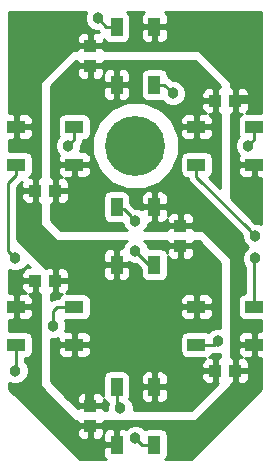
<source format=gtl>
G04 #@! TF.GenerationSoftware,KiCad,Pcbnew,5.0.0-fee4fd1~65~ubuntu17.10.1*
G04 #@! TF.CreationDate,2018-08-22T05:19:58-04:00*
G04 #@! TF.ProjectId,rgb-digit,7267622D64696769742E6B696361645F,A*
G04 #@! TF.SameCoordinates,Original*
G04 #@! TF.FileFunction,Copper,L1,Top,Signal*
G04 #@! TF.FilePolarity,Positive*
%FSLAX46Y46*%
G04 Gerber Fmt 4.6, Leading zero omitted, Abs format (unit mm)*
G04 Created by KiCad (PCBNEW 5.0.0-fee4fd1~65~ubuntu17.10.1) date Wed Aug 22 05:19:58 2018*
%MOMM*%
%LPD*%
G01*
G04 APERTURE LIST*
G04 #@! TA.AperFunction,SMDPad,CuDef*
%ADD10R,1.500000X1.000000*%
G04 #@! TD*
G04 #@! TA.AperFunction,SMDPad,CuDef*
%ADD11R,1.000000X1.500000*%
G04 #@! TD*
G04 #@! TA.AperFunction,ComponentPad*
%ADD12C,5.080000*%
G04 #@! TD*
G04 #@! TA.AperFunction,ViaPad*
%ADD13C,1.016000*%
G04 #@! TD*
G04 #@! TA.AperFunction,SMDPad,CuDef*
%ADD14R,1.000000X1.100000*%
G04 #@! TD*
G04 #@! TA.AperFunction,SMDPad,CuDef*
%ADD15R,1.100000X1.000000*%
G04 #@! TD*
G04 #@! TA.AperFunction,ViaPad*
%ADD16C,1.270000*%
G04 #@! TD*
G04 #@! TA.AperFunction,ViaPad*
%ADD17C,0.965200*%
G04 #@! TD*
G04 #@! TA.AperFunction,Conductor*
%ADD18C,0.406400*%
G04 #@! TD*
G04 #@! TA.AperFunction,Conductor*
%ADD19C,0.254000*%
G04 #@! TD*
%ADD20C,0.350000*%
G04 APERTURE END LIST*
D10*
G04 #@! TO.P,U3,2*
G04 #@! TO.N,Net-(U3-Pad2)*
X151040000Y-110795000D03*
G04 #@! TO.P,U3,3*
G04 #@! TO.N,GND*
X146140000Y-110795000D03*
G04 #@! TO.P,U3,4*
G04 #@! TO.N,Net-(U2-Pad2)*
X146140000Y-113995000D03*
G04 #@! TO.P,U3,1*
G04 #@! TO.N,+5V*
X151040000Y-113995000D03*
G04 #@! TD*
D11*
G04 #@! TO.P,U4,2*
G04 #@! TO.N,Net-(U4-Pad2)*
X142570000Y-122465000D03*
G04 #@! TO.P,U4,3*
G04 #@! TO.N,GND*
X142570000Y-117565000D03*
G04 #@! TO.P,U4,4*
G04 #@! TO.N,Net-(U3-Pad2)*
X139370000Y-117565000D03*
G04 #@! TO.P,U4,1*
G04 #@! TO.N,+5V*
X139370000Y-122465000D03*
G04 #@! TD*
D10*
G04 #@! TO.P,U5,2*
G04 #@! TO.N,Net-(U5-Pad2)*
X130900000Y-113995000D03*
G04 #@! TO.P,U5,3*
G04 #@! TO.N,GND*
X135800000Y-113995000D03*
G04 #@! TO.P,U5,4*
G04 #@! TO.N,Net-(U4-Pad2)*
X135800000Y-110795000D03*
G04 #@! TO.P,U5,1*
G04 #@! TO.N,+5V*
X130900000Y-110795000D03*
G04 #@! TD*
D12*
G04 #@! TO.P,H2,P*
G04 #@! TO.N,GND*
X140970000Y-112395000D03*
D13*
G04 #@! TD*
G04 #@! TO.N,GND*
G04 #@! TO.C,H2*
X140970000Y-110490000D03*
G04 #@! TO.N,GND*
G04 #@! TO.C,H2*
X139320222Y-111442500D03*
X139320222Y-113347500D03*
X140970000Y-114300000D03*
X142619778Y-113347500D03*
X142619778Y-111442500D03*
G04 #@! TD*
D11*
G04 #@! TO.P,U7,2*
G04 #@! TO.N,/DOUT*
X139370000Y-102325000D03*
G04 #@! TO.P,U7,3*
G04 #@! TO.N,GND*
X139370000Y-107225000D03*
G04 #@! TO.P,U7,4*
G04 #@! TO.N,Net-(U6-Pad2)*
X142570000Y-107225000D03*
G04 #@! TO.P,U7,1*
G04 #@! TO.N,+5V*
X142570000Y-102325000D03*
G04 #@! TD*
G04 #@! TO.P,U1,2*
G04 #@! TO.N,Net-(U1-Pad2)*
X142570000Y-91985000D03*
G04 #@! TO.P,U1,3*
G04 #@! TO.N,GND*
X142570000Y-87085000D03*
G04 #@! TO.P,U1,4*
G04 #@! TO.N,/DIN*
X139370000Y-87085000D03*
G04 #@! TO.P,U1,1*
G04 #@! TO.N,+5V*
X139370000Y-91985000D03*
G04 #@! TD*
D12*
G04 #@! TO.P,H1,P*
G04 #@! TO.N,GND*
X140970000Y-97155000D03*
D13*
G04 #@! TD*
G04 #@! TO.N,GND*
G04 #@! TO.C,H1*
X140970000Y-95250000D03*
G04 #@! TO.N,GND*
G04 #@! TO.C,H1*
X139320222Y-96202500D03*
X139320222Y-98107500D03*
X140970000Y-99060000D03*
X142619778Y-98107500D03*
X142619778Y-96202500D03*
G04 #@! TD*
D10*
G04 #@! TO.P,U2,2*
G04 #@! TO.N,Net-(U2-Pad2)*
X146140000Y-98755000D03*
G04 #@! TO.P,U2,3*
G04 #@! TO.N,GND*
X151040000Y-98755000D03*
G04 #@! TO.P,U2,4*
G04 #@! TO.N,Net-(U1-Pad2)*
X151040000Y-95555000D03*
G04 #@! TO.P,U2,1*
G04 #@! TO.N,+5V*
X146140000Y-95555000D03*
G04 #@! TD*
G04 #@! TO.P,U6,2*
G04 #@! TO.N,Net-(U6-Pad2)*
X135800000Y-95555000D03*
G04 #@! TO.P,U6,3*
G04 #@! TO.N,GND*
X130900000Y-95555000D03*
G04 #@! TO.P,U6,4*
G04 #@! TO.N,Net-(U5-Pad2)*
X130900000Y-98755000D03*
G04 #@! TO.P,U6,1*
G04 #@! TO.N,+5V*
X135800000Y-98755000D03*
G04 #@! TD*
D14*
G04 #@! TO.P,C1,1*
G04 #@! TO.N,+5V*
X137160000Y-90385000D03*
G04 #@! TO.P,C1,2*
G04 #@! TO.N,GND*
X137160000Y-88685000D03*
G04 #@! TD*
D15*
G04 #@! TO.P,C2,1*
G04 #@! TO.N,+5V*
X147740000Y-93345000D03*
G04 #@! TO.P,C2,2*
G04 #@! TO.N,GND*
X149440000Y-93345000D03*
G04 #@! TD*
G04 #@! TO.P,C3,1*
G04 #@! TO.N,+5V*
X149440000Y-116205000D03*
G04 #@! TO.P,C3,2*
G04 #@! TO.N,GND*
X147740000Y-116205000D03*
G04 #@! TD*
D14*
G04 #@! TO.P,C4,1*
G04 #@! TO.N,+5V*
X137160000Y-120865000D03*
G04 #@! TO.P,C4,2*
G04 #@! TO.N,GND*
X137160000Y-119165000D03*
G04 #@! TD*
D15*
G04 #@! TO.P,C5,1*
G04 #@! TO.N,+5V*
X132500000Y-108585000D03*
G04 #@! TO.P,C5,2*
G04 #@! TO.N,GND*
X134200000Y-108585000D03*
G04 #@! TD*
G04 #@! TO.P,C6,1*
G04 #@! TO.N,+5V*
X134200000Y-100965000D03*
G04 #@! TO.P,C6,2*
G04 #@! TO.N,GND*
X132500000Y-100965000D03*
G04 #@! TD*
D14*
G04 #@! TO.P,C7,1*
G04 #@! TO.N,+5V*
X144780000Y-103925000D03*
G04 #@! TO.P,C7,2*
G04 #@! TO.N,GND*
X144780000Y-105625000D03*
G04 #@! TD*
D16*
G04 #@! TO.N,+5V*
X137795000Y-100965000D03*
X137795000Y-102235000D03*
X137795000Y-103505000D03*
X136525000Y-102235000D03*
X136525000Y-103505000D03*
X145415000Y-102235000D03*
X144145000Y-100965000D03*
X144145000Y-102235000D03*
X137160000Y-93345000D03*
X135890000Y-93345000D03*
X134620000Y-93345000D03*
X134620000Y-92075000D03*
X135890000Y-92075000D03*
X137160000Y-92075000D03*
X145415000Y-123190000D03*
X146685000Y-121920000D03*
X147955000Y-120650000D03*
X149225000Y-119380000D03*
X150495000Y-118110000D03*
X136525000Y-123190000D03*
X131445000Y-118110000D03*
X132715000Y-119380000D03*
X133985000Y-120650000D03*
X135255000Y-121920000D03*
G04 #@! TO.N,GND*
X136525000Y-107315000D03*
X136525000Y-106045000D03*
X137795000Y-106045000D03*
X137795000Y-107315000D03*
X137795000Y-108585000D03*
X144780000Y-116205000D03*
X146050000Y-116205000D03*
X146050000Y-117475000D03*
X144780000Y-117475000D03*
X135890000Y-117475000D03*
X135890000Y-116205000D03*
X137160000Y-116205000D03*
X137160000Y-117475000D03*
X144780000Y-87630000D03*
X146050000Y-87630000D03*
X146050000Y-86360000D03*
X144780000Y-86360000D03*
X132080000Y-90805000D03*
X130810000Y-90805000D03*
X130810000Y-92075000D03*
X130810000Y-93345000D03*
X149860000Y-90805000D03*
X151130000Y-90805000D03*
X151130000Y-92075000D03*
X151130000Y-93345000D03*
D17*
G04 #@! TO.N,Net-(U1-Pad2)*
X150495000Y-97155000D03*
X144145000Y-92710000D03*
G04 #@! TO.N,/DIN*
X137795000Y-86360000D03*
G04 #@! TO.N,Net-(U2-Pad2)*
X147955000Y-113665000D03*
X151130000Y-104775000D03*
G04 #@! TO.N,Net-(U3-Pad2)*
X151129978Y-106680000D03*
X139700000Y-119380000D03*
G04 #@! TO.N,Net-(U4-Pad2)*
X140970000Y-121920000D03*
X133985000Y-112395000D03*
G04 #@! TO.N,Net-(U5-Pad2)*
X130810000Y-116205000D03*
X130810000Y-106680000D03*
G04 #@! TO.N,Net-(U6-Pad2)*
X135255000Y-97155000D03*
X140970000Y-106045000D03*
G04 #@! TO.N,/DOUT*
X140970000Y-103505000D03*
G04 #@! TD*
D18*
G04 #@! TO.N,+5V*
X137795000Y-103505000D02*
X137795000Y-102235000D01*
X136525000Y-103505000D02*
X136525000Y-102235000D01*
X144145000Y-102235000D02*
X145415000Y-102235000D01*
X142570000Y-102325000D02*
X144055000Y-102325000D01*
X144055000Y-102325000D02*
X144145000Y-102235000D01*
X135890000Y-93345000D02*
X137160000Y-93345000D01*
X134620000Y-93345000D02*
X135890000Y-93345000D01*
X134620000Y-92075000D02*
X134620000Y-93345000D01*
X135890000Y-92075000D02*
X134620000Y-92075000D01*
X137160000Y-92075000D02*
X135890000Y-92075000D01*
X139370000Y-91985000D02*
X137250000Y-91985000D01*
X137250000Y-91985000D02*
X137160000Y-92075000D01*
X149225000Y-119380000D02*
X150495000Y-118110000D01*
X146685000Y-121920000D02*
X147955000Y-120650000D01*
X135255000Y-121920000D02*
X136525000Y-123190000D01*
X133985000Y-120650000D02*
X135255000Y-121920000D01*
X131445000Y-118110000D02*
X132715000Y-119380000D01*
X146685000Y-121920000D02*
X145415000Y-123190000D01*
X149225000Y-119380000D02*
X147955000Y-120650000D01*
X149440000Y-116522500D02*
X149440000Y-117055000D01*
X149440000Y-117055000D02*
X150495000Y-118110000D01*
X133985000Y-120650000D02*
X132715000Y-119380000D01*
X136842500Y-120865000D02*
X136310000Y-120865000D01*
X136310000Y-120865000D02*
X135255000Y-121920000D01*
G04 #@! TO.N,GND*
X134620000Y-106045000D02*
X136525000Y-106045000D01*
X136525000Y-106045000D02*
X136525000Y-107315000D01*
X137795000Y-107315000D02*
X137795000Y-106045000D01*
X146050000Y-117475000D02*
X146050000Y-116205000D01*
X142570000Y-117565000D02*
X144690000Y-117565000D01*
X144690000Y-117565000D02*
X144780000Y-117475000D01*
X137160000Y-116205000D02*
X135890000Y-116205000D01*
X136842500Y-119165000D02*
X136842500Y-117792500D01*
X136842500Y-117792500D02*
X137160000Y-117475000D01*
X146050000Y-87630000D02*
X144780000Y-87630000D01*
X146050000Y-86360000D02*
X146050000Y-87630000D01*
X144780000Y-86360000D02*
X146050000Y-86360000D01*
X142570000Y-87085000D02*
X144055000Y-87085000D01*
X144055000Y-87085000D02*
X144780000Y-86360000D01*
X130810000Y-90805000D02*
X132080000Y-90805000D01*
X130810000Y-92075000D02*
X130810000Y-90805000D01*
X130810000Y-93345000D02*
X130810000Y-92075000D01*
X130900000Y-95555000D02*
X130900000Y-93435000D01*
X130900000Y-93435000D02*
X130810000Y-93345000D01*
X151130000Y-90805000D02*
X149860000Y-90805000D01*
X151130000Y-92075000D02*
X151130000Y-90805000D01*
X151130000Y-93345000D02*
X151130000Y-92075000D01*
X149440000Y-93027500D02*
X150812500Y-93027500D01*
X150812500Y-93027500D02*
X151130000Y-93345000D01*
X134200000Y-108267500D02*
X134200000Y-106465000D01*
X134200000Y-106465000D02*
X134620000Y-106045000D01*
D19*
G04 #@! TO.N,Net-(U1-Pad2)*
X151040000Y-95555000D02*
X151040000Y-96610000D01*
X151040000Y-96610000D02*
X150495000Y-97155000D01*
X142570000Y-91985000D02*
X143420000Y-91985000D01*
X143420000Y-91985000D02*
X144145000Y-92710000D01*
G04 #@! TO.N,/DIN*
X139370000Y-87085000D02*
X138520000Y-87085000D01*
X138520000Y-87085000D02*
X137795000Y-86360000D01*
G04 #@! TO.N,Net-(U2-Pad2)*
X146140000Y-113995000D02*
X147625000Y-113995000D01*
X147625000Y-113995000D02*
X147955000Y-113665000D01*
X146140000Y-98755000D02*
X146140000Y-99785000D01*
X146140000Y-99785000D02*
X150596601Y-104241601D01*
X150596601Y-104241601D02*
X151130000Y-104775000D01*
G04 #@! TO.N,Net-(U3-Pad2)*
X151040000Y-106769978D02*
X151129978Y-106680000D01*
X151040000Y-110795000D02*
X151040000Y-106769978D01*
X139370000Y-117565000D02*
X139370000Y-119050000D01*
X139370000Y-119050000D02*
X139700000Y-119380000D01*
G04 #@! TO.N,Net-(U4-Pad2)*
X142570000Y-122465000D02*
X141515000Y-122465000D01*
X141503399Y-122453399D02*
X140970000Y-121920000D01*
X141515000Y-122465000D02*
X141503399Y-122453399D01*
X133985000Y-111125000D02*
X134315000Y-110795000D01*
X134315000Y-110795000D02*
X135800000Y-110795000D01*
X133985000Y-112395000D02*
X133985000Y-111125000D01*
G04 #@! TO.N,Net-(U5-Pad2)*
X130810000Y-106680000D02*
X130175000Y-106045000D01*
X130175000Y-106045000D02*
X130175000Y-100330000D01*
X130900000Y-99605000D02*
X130900000Y-98755000D01*
X130175000Y-100330000D02*
X130900000Y-99605000D01*
X130900000Y-113995000D02*
X130900000Y-116115000D01*
X130900000Y-116115000D02*
X130810000Y-116205000D01*
G04 #@! TO.N,Net-(U6-Pad2)*
X135800000Y-95555000D02*
X135800000Y-96610000D01*
X135800000Y-96610000D02*
X135255000Y-97155000D01*
X142570000Y-107225000D02*
X142150000Y-107225000D01*
X142150000Y-107225000D02*
X140970000Y-106045000D01*
G04 #@! TO.N,/DOUT*
X140005000Y-102540000D02*
X140512801Y-103047801D01*
X140512801Y-103047801D02*
X140970000Y-103505000D01*
X139370000Y-102325000D02*
X139370000Y-102575000D01*
X139370000Y-102540000D02*
X140005000Y-102540000D01*
G04 #@! TD*
G04 #@! TO.N,+5V*
G36*
X136025000Y-90099250D02*
X136183750Y-90258000D01*
X137033000Y-90258000D01*
X137033000Y-90238000D01*
X137287000Y-90238000D01*
X137287000Y-90258000D01*
X138136250Y-90258000D01*
X138295000Y-90099250D01*
X138295000Y-89979500D01*
X145997394Y-89979500D01*
X148145500Y-92127606D01*
X148145500Y-92210000D01*
X148025750Y-92210000D01*
X147867000Y-92368750D01*
X147867000Y-93218000D01*
X147887000Y-93218000D01*
X147887000Y-93472000D01*
X147867000Y-93472000D01*
X147867000Y-94321250D01*
X148025750Y-94480000D01*
X148145500Y-94480000D01*
X148145500Y-100712870D01*
X147226003Y-99793373D01*
X147341441Y-99719090D01*
X147486431Y-99506890D01*
X147537440Y-99255000D01*
X147537440Y-98255000D01*
X147493162Y-98019683D01*
X147354090Y-97803559D01*
X147141890Y-97658569D01*
X146890000Y-97607560D01*
X145390000Y-97607560D01*
X145154683Y-97651838D01*
X144938559Y-97790910D01*
X144793569Y-98003110D01*
X144742560Y-98255000D01*
X144742560Y-99255000D01*
X144786838Y-99490317D01*
X144925910Y-99706441D01*
X145138110Y-99851431D01*
X145390000Y-99902440D01*
X145401360Y-99902440D01*
X145436004Y-100076605D01*
X145520326Y-100202801D01*
X145601185Y-100323815D01*
X150012434Y-104735065D01*
X150012207Y-104996329D01*
X150181992Y-105407242D01*
X150496104Y-105721903D01*
X150509096Y-105727298D01*
X150497736Y-105731992D01*
X150183075Y-106046104D01*
X150012572Y-106456720D01*
X150012185Y-106901329D01*
X150181970Y-107312242D01*
X150278000Y-107408440D01*
X150278000Y-109649818D01*
X150054683Y-109691838D01*
X149838559Y-109830910D01*
X149693569Y-110043110D01*
X149642560Y-110295000D01*
X149642560Y-111295000D01*
X149686838Y-111530317D01*
X149825910Y-111746441D01*
X150038110Y-111891431D01*
X150290000Y-111942440D01*
X151638000Y-111942440D01*
X151638000Y-112860000D01*
X151325750Y-112860000D01*
X151167000Y-113018750D01*
X151167000Y-113868000D01*
X151187000Y-113868000D01*
X151187000Y-114122000D01*
X151167000Y-114122000D01*
X151167000Y-114971250D01*
X151325750Y-115130000D01*
X151638000Y-115130000D01*
X151638000Y-117739894D01*
X145679894Y-123698000D01*
X143492054Y-123698000D01*
X143521441Y-123679090D01*
X143666431Y-123466890D01*
X143717440Y-123215000D01*
X143717440Y-121715000D01*
X143673162Y-121479683D01*
X143534090Y-121263559D01*
X143321890Y-121118569D01*
X143070000Y-121067560D01*
X142070000Y-121067560D01*
X141834683Y-121111838D01*
X141778491Y-121147997D01*
X141603896Y-120973097D01*
X141193280Y-120802594D01*
X140748671Y-120802207D01*
X140337758Y-120971992D01*
X140161159Y-121148283D01*
X139996310Y-121080000D01*
X139655750Y-121080000D01*
X139497000Y-121238750D01*
X139497000Y-122338000D01*
X139517000Y-122338000D01*
X139517000Y-122592000D01*
X139497000Y-122592000D01*
X139497000Y-122612000D01*
X139243000Y-122612000D01*
X139243000Y-122592000D01*
X138393750Y-122592000D01*
X138235000Y-122750750D01*
X138235000Y-123341309D01*
X138331673Y-123574698D01*
X138454974Y-123698000D01*
X136260106Y-123698000D01*
X133712856Y-121150750D01*
X136025000Y-121150750D01*
X136025000Y-121541309D01*
X136121673Y-121774698D01*
X136300301Y-121953327D01*
X136533690Y-122050000D01*
X136874250Y-122050000D01*
X137033000Y-121891250D01*
X137033000Y-120992000D01*
X137287000Y-120992000D01*
X137287000Y-121891250D01*
X137445750Y-122050000D01*
X137786310Y-122050000D01*
X138019699Y-121953327D01*
X138198327Y-121774698D01*
X138235000Y-121686162D01*
X138235000Y-122179250D01*
X138393750Y-122338000D01*
X139243000Y-122338000D01*
X139243000Y-121238750D01*
X139084250Y-121080000D01*
X138743690Y-121080000D01*
X138510301Y-121176673D01*
X138331673Y-121355302D01*
X138295000Y-121443838D01*
X138295000Y-121150750D01*
X138136250Y-120992000D01*
X137287000Y-120992000D01*
X137033000Y-120992000D01*
X136183750Y-120992000D01*
X136025000Y-121150750D01*
X133712856Y-121150750D01*
X130302000Y-117739894D01*
X130302000Y-117204179D01*
X130586720Y-117322406D01*
X131031329Y-117322793D01*
X131442242Y-117153008D01*
X131756903Y-116838896D01*
X131927406Y-116428280D01*
X131927793Y-115983671D01*
X131758008Y-115572758D01*
X131662000Y-115476582D01*
X131662000Y-115140182D01*
X131885317Y-115098162D01*
X132101441Y-114959090D01*
X132246431Y-114746890D01*
X132297440Y-114495000D01*
X132297440Y-113495000D01*
X132253162Y-113259683D01*
X132114090Y-113043559D01*
X131901890Y-112898569D01*
X131650000Y-112847560D01*
X130302000Y-112847560D01*
X130302000Y-111930000D01*
X130614250Y-111930000D01*
X130773000Y-111771250D01*
X130773000Y-110922000D01*
X131027000Y-110922000D01*
X131027000Y-111771250D01*
X131185750Y-111930000D01*
X131776309Y-111930000D01*
X132009698Y-111833327D01*
X132188327Y-111654699D01*
X132285000Y-111421310D01*
X132285000Y-111080750D01*
X132126250Y-110922000D01*
X131027000Y-110922000D01*
X130773000Y-110922000D01*
X130753000Y-110922000D01*
X130753000Y-110668000D01*
X130773000Y-110668000D01*
X130773000Y-109818750D01*
X131027000Y-109818750D01*
X131027000Y-110668000D01*
X132126250Y-110668000D01*
X132285000Y-110509250D01*
X132285000Y-110168690D01*
X132188327Y-109935301D01*
X132009698Y-109756673D01*
X131921162Y-109720000D01*
X132214250Y-109720000D01*
X132373000Y-109561250D01*
X132373000Y-108712000D01*
X131473750Y-108712000D01*
X131315000Y-108870750D01*
X131315000Y-109211310D01*
X131411673Y-109444699D01*
X131590302Y-109623327D01*
X131678838Y-109660000D01*
X131185750Y-109660000D01*
X131027000Y-109818750D01*
X130773000Y-109818750D01*
X130614250Y-109660000D01*
X130302000Y-109660000D01*
X130302000Y-107679179D01*
X130586720Y-107797406D01*
X131031329Y-107797793D01*
X131442242Y-107628008D01*
X131756903Y-107313896D01*
X131798680Y-107213286D01*
X132035394Y-107450000D01*
X131823691Y-107450000D01*
X131590302Y-107546673D01*
X131411673Y-107725301D01*
X131315000Y-107958690D01*
X131315000Y-108299250D01*
X131473750Y-108458000D01*
X132373000Y-108458000D01*
X132373000Y-108438000D01*
X132627000Y-108438000D01*
X132627000Y-108458000D01*
X132647000Y-108458000D01*
X132647000Y-108712000D01*
X132627000Y-108712000D01*
X132627000Y-109561250D01*
X132785750Y-109720000D01*
X132905500Y-109720000D01*
X132905500Y-112080432D01*
X132867594Y-112171720D01*
X132867207Y-112616329D01*
X132905500Y-112709006D01*
X132905500Y-117475000D01*
X132915506Y-117524410D01*
X132942697Y-117564803D01*
X135800197Y-120422303D01*
X135842211Y-120450166D01*
X135890000Y-120459500D01*
X136025000Y-120459500D01*
X136025000Y-120579250D01*
X136183750Y-120738000D01*
X137033000Y-120738000D01*
X137033000Y-120718000D01*
X137287000Y-120718000D01*
X137287000Y-120738000D01*
X138136250Y-120738000D01*
X138295000Y-120579250D01*
X138295000Y-120459500D01*
X139385432Y-120459500D01*
X139476720Y-120497406D01*
X139921329Y-120497793D01*
X140014006Y-120459500D01*
X146050000Y-120459500D01*
X146099410Y-120449494D01*
X146139803Y-120422303D01*
X148997303Y-117564803D01*
X149025166Y-117522789D01*
X149034500Y-117475000D01*
X149034500Y-117340000D01*
X149154250Y-117340000D01*
X149313000Y-117181250D01*
X149313000Y-116332000D01*
X149567000Y-116332000D01*
X149567000Y-117181250D01*
X149725750Y-117340000D01*
X150116309Y-117340000D01*
X150349698Y-117243327D01*
X150528327Y-117064699D01*
X150625000Y-116831310D01*
X150625000Y-116490750D01*
X150466250Y-116332000D01*
X149567000Y-116332000D01*
X149313000Y-116332000D01*
X149293000Y-116332000D01*
X149293000Y-116078000D01*
X149313000Y-116078000D01*
X149313000Y-115228750D01*
X149567000Y-115228750D01*
X149567000Y-116078000D01*
X150466250Y-116078000D01*
X150625000Y-115919250D01*
X150625000Y-115578690D01*
X150528327Y-115345301D01*
X150349698Y-115166673D01*
X150261162Y-115130000D01*
X150754250Y-115130000D01*
X150913000Y-114971250D01*
X150913000Y-114122000D01*
X149813750Y-114122000D01*
X149655000Y-114280750D01*
X149655000Y-114621310D01*
X149751673Y-114854699D01*
X149930302Y-115033327D01*
X150018838Y-115070000D01*
X149725750Y-115070000D01*
X149567000Y-115228750D01*
X149313000Y-115228750D01*
X149154250Y-115070000D01*
X149034500Y-115070000D01*
X149034500Y-113979568D01*
X149072406Y-113888280D01*
X149072793Y-113443671D01*
X149041812Y-113368690D01*
X149655000Y-113368690D01*
X149655000Y-113709250D01*
X149813750Y-113868000D01*
X150913000Y-113868000D01*
X150913000Y-113018750D01*
X150754250Y-112860000D01*
X150163691Y-112860000D01*
X149930302Y-112956673D01*
X149751673Y-113135301D01*
X149655000Y-113368690D01*
X149041812Y-113368690D01*
X149034500Y-113350994D01*
X149034500Y-106680000D01*
X149024494Y-106630590D01*
X148997303Y-106590197D01*
X146774803Y-104367697D01*
X146732789Y-104339834D01*
X146685000Y-104330500D01*
X145915000Y-104330500D01*
X145915000Y-104210750D01*
X145756250Y-104052000D01*
X144907000Y-104052000D01*
X144907000Y-104072000D01*
X144653000Y-104072000D01*
X144653000Y-104052000D01*
X143803750Y-104052000D01*
X143645000Y-104210750D01*
X143645000Y-104330500D01*
X141724964Y-104330500D01*
X141916903Y-104138896D01*
X142087406Y-103728280D01*
X142087422Y-103710000D01*
X142284250Y-103710000D01*
X142443000Y-103551250D01*
X142443000Y-102452000D01*
X142697000Y-102452000D01*
X142697000Y-103551250D01*
X142855750Y-103710000D01*
X143196310Y-103710000D01*
X143429699Y-103613327D01*
X143608327Y-103434698D01*
X143645000Y-103346162D01*
X143645000Y-103639250D01*
X143803750Y-103798000D01*
X144653000Y-103798000D01*
X144653000Y-102898750D01*
X144907000Y-102898750D01*
X144907000Y-103798000D01*
X145756250Y-103798000D01*
X145915000Y-103639250D01*
X145915000Y-103248691D01*
X145818327Y-103015302D01*
X145639699Y-102836673D01*
X145406310Y-102740000D01*
X145065750Y-102740000D01*
X144907000Y-102898750D01*
X144653000Y-102898750D01*
X144494250Y-102740000D01*
X144153690Y-102740000D01*
X143920301Y-102836673D01*
X143741673Y-103015302D01*
X143705000Y-103103838D01*
X143705000Y-102610750D01*
X143546250Y-102452000D01*
X142697000Y-102452000D01*
X142443000Y-102452000D01*
X141593750Y-102452000D01*
X141521759Y-102523991D01*
X141193280Y-102387594D01*
X140929995Y-102387365D01*
X140543815Y-102001185D01*
X140517440Y-101983562D01*
X140517440Y-101575000D01*
X140493674Y-101448691D01*
X141435000Y-101448691D01*
X141435000Y-102039250D01*
X141593750Y-102198000D01*
X142443000Y-102198000D01*
X142443000Y-101098750D01*
X142697000Y-101098750D01*
X142697000Y-102198000D01*
X143546250Y-102198000D01*
X143705000Y-102039250D01*
X143705000Y-101448691D01*
X143608327Y-101215302D01*
X143429699Y-101036673D01*
X143196310Y-100940000D01*
X142855750Y-100940000D01*
X142697000Y-101098750D01*
X142443000Y-101098750D01*
X142284250Y-100940000D01*
X141943690Y-100940000D01*
X141710301Y-101036673D01*
X141531673Y-101215302D01*
X141435000Y-101448691D01*
X140493674Y-101448691D01*
X140473162Y-101339683D01*
X140334090Y-101123559D01*
X140121890Y-100978569D01*
X139870000Y-100927560D01*
X138870000Y-100927560D01*
X138634683Y-100971838D01*
X138418559Y-101110910D01*
X138273569Y-101323110D01*
X138222560Y-101575000D01*
X138222560Y-103075000D01*
X138266838Y-103310317D01*
X138405910Y-103526441D01*
X138618110Y-103671431D01*
X138870000Y-103722440D01*
X139852210Y-103722440D01*
X139852207Y-103726329D01*
X140021992Y-104137242D01*
X140214913Y-104330500D01*
X134672606Y-104330500D01*
X133794500Y-103452394D01*
X133794500Y-102100000D01*
X133914250Y-102100000D01*
X134073000Y-101941250D01*
X134073000Y-101092000D01*
X134327000Y-101092000D01*
X134327000Y-101941250D01*
X134485750Y-102100000D01*
X134876309Y-102100000D01*
X135109698Y-102003327D01*
X135288327Y-101824699D01*
X135385000Y-101591310D01*
X135385000Y-101250750D01*
X135226250Y-101092000D01*
X134327000Y-101092000D01*
X134073000Y-101092000D01*
X134053000Y-101092000D01*
X134053000Y-100838000D01*
X134073000Y-100838000D01*
X134073000Y-99988750D01*
X134327000Y-99988750D01*
X134327000Y-100838000D01*
X135226250Y-100838000D01*
X135385000Y-100679250D01*
X135385000Y-100338690D01*
X135288327Y-100105301D01*
X135109698Y-99926673D01*
X135021162Y-99890000D01*
X135514250Y-99890000D01*
X135673000Y-99731250D01*
X135673000Y-98882000D01*
X135927000Y-98882000D01*
X135927000Y-99731250D01*
X136085750Y-99890000D01*
X136676309Y-99890000D01*
X136909698Y-99793327D01*
X137088327Y-99614699D01*
X137185000Y-99381310D01*
X137185000Y-99040750D01*
X137026250Y-98882000D01*
X135927000Y-98882000D01*
X135673000Y-98882000D01*
X134573750Y-98882000D01*
X134415000Y-99040750D01*
X134415000Y-99381310D01*
X134511673Y-99614699D01*
X134690302Y-99793327D01*
X134778838Y-99830000D01*
X134485750Y-99830000D01*
X134327000Y-99988750D01*
X134073000Y-99988750D01*
X133914250Y-99830000D01*
X133794500Y-99830000D01*
X133794500Y-97376329D01*
X134137207Y-97376329D01*
X134306992Y-97787242D01*
X134483283Y-97963841D01*
X134415000Y-98128690D01*
X134415000Y-98469250D01*
X134573750Y-98628000D01*
X135673000Y-98628000D01*
X135673000Y-98608000D01*
X135927000Y-98608000D01*
X135927000Y-98628000D01*
X137026250Y-98628000D01*
X137185000Y-98469250D01*
X137185000Y-98128690D01*
X137088327Y-97895301D01*
X137077406Y-97884380D01*
X137286362Y-97884380D01*
X137845884Y-99238526D01*
X138881024Y-100275475D01*
X140234192Y-100837359D01*
X141699380Y-100838638D01*
X143053526Y-100279116D01*
X144090475Y-99243976D01*
X144652359Y-97890808D01*
X144653638Y-96425620D01*
X144411975Y-95840750D01*
X144755000Y-95840750D01*
X144755000Y-96181310D01*
X144851673Y-96414699D01*
X145030302Y-96593327D01*
X145263691Y-96690000D01*
X145854250Y-96690000D01*
X146013000Y-96531250D01*
X146013000Y-95682000D01*
X146267000Y-95682000D01*
X146267000Y-96531250D01*
X146425750Y-96690000D01*
X147016309Y-96690000D01*
X147249698Y-96593327D01*
X147428327Y-96414699D01*
X147525000Y-96181310D01*
X147525000Y-95840750D01*
X147366250Y-95682000D01*
X146267000Y-95682000D01*
X146013000Y-95682000D01*
X144913750Y-95682000D01*
X144755000Y-95840750D01*
X144411975Y-95840750D01*
X144094116Y-95071474D01*
X143951582Y-94928690D01*
X144755000Y-94928690D01*
X144755000Y-95269250D01*
X144913750Y-95428000D01*
X146013000Y-95428000D01*
X146013000Y-94578750D01*
X146267000Y-94578750D01*
X146267000Y-95428000D01*
X147366250Y-95428000D01*
X147525000Y-95269250D01*
X147525000Y-94928690D01*
X147428327Y-94695301D01*
X147249698Y-94516673D01*
X147161162Y-94480000D01*
X147454250Y-94480000D01*
X147613000Y-94321250D01*
X147613000Y-93472000D01*
X146713750Y-93472000D01*
X146555000Y-93630750D01*
X146555000Y-93971310D01*
X146651673Y-94204699D01*
X146830302Y-94383327D01*
X146918838Y-94420000D01*
X146425750Y-94420000D01*
X146267000Y-94578750D01*
X146013000Y-94578750D01*
X145854250Y-94420000D01*
X145263691Y-94420000D01*
X145030302Y-94516673D01*
X144851673Y-94695301D01*
X144755000Y-94928690D01*
X143951582Y-94928690D01*
X143058976Y-94034525D01*
X141705808Y-93472641D01*
X140240620Y-93471362D01*
X138886474Y-94030884D01*
X137849525Y-95066024D01*
X137287641Y-96419192D01*
X137286362Y-97884380D01*
X137077406Y-97884380D01*
X136909698Y-97716673D01*
X136676309Y-97620000D01*
X136272035Y-97620000D01*
X136372406Y-97378280D01*
X136372650Y-97098179D01*
X136503996Y-96901605D01*
X136514101Y-96850803D01*
X136543612Y-96702440D01*
X136550000Y-96702440D01*
X136785317Y-96658162D01*
X137001441Y-96519090D01*
X137146431Y-96306890D01*
X137197440Y-96055000D01*
X137197440Y-95055000D01*
X137153162Y-94819683D01*
X137014090Y-94603559D01*
X136801890Y-94458569D01*
X136550000Y-94407560D01*
X135050000Y-94407560D01*
X134814683Y-94451838D01*
X134598559Y-94590910D01*
X134453569Y-94803110D01*
X134402560Y-95055000D01*
X134402560Y-96055000D01*
X134446838Y-96290317D01*
X134482997Y-96346509D01*
X134308097Y-96521104D01*
X134137594Y-96931720D01*
X134137207Y-97376329D01*
X133794500Y-97376329D01*
X133794500Y-92270750D01*
X138235000Y-92270750D01*
X138235000Y-92861309D01*
X138331673Y-93094698D01*
X138510301Y-93273327D01*
X138743690Y-93370000D01*
X139084250Y-93370000D01*
X139243000Y-93211250D01*
X139243000Y-92112000D01*
X139497000Y-92112000D01*
X139497000Y-93211250D01*
X139655750Y-93370000D01*
X139996310Y-93370000D01*
X140229699Y-93273327D01*
X140408327Y-93094698D01*
X140505000Y-92861309D01*
X140505000Y-92270750D01*
X140346250Y-92112000D01*
X139497000Y-92112000D01*
X139243000Y-92112000D01*
X138393750Y-92112000D01*
X138235000Y-92270750D01*
X133794500Y-92270750D01*
X133794500Y-92127606D01*
X135251356Y-90670750D01*
X136025000Y-90670750D01*
X136025000Y-91061309D01*
X136121673Y-91294698D01*
X136300301Y-91473327D01*
X136533690Y-91570000D01*
X136874250Y-91570000D01*
X137033000Y-91411250D01*
X137033000Y-90512000D01*
X137287000Y-90512000D01*
X137287000Y-91411250D01*
X137445750Y-91570000D01*
X137786310Y-91570000D01*
X138019699Y-91473327D01*
X138198327Y-91294698D01*
X138235000Y-91206162D01*
X138235000Y-91699250D01*
X138393750Y-91858000D01*
X139243000Y-91858000D01*
X139243000Y-90758750D01*
X139497000Y-90758750D01*
X139497000Y-91858000D01*
X140346250Y-91858000D01*
X140505000Y-91699250D01*
X140505000Y-91235000D01*
X141422560Y-91235000D01*
X141422560Y-92735000D01*
X141466838Y-92970317D01*
X141605910Y-93186441D01*
X141818110Y-93331431D01*
X142070000Y-93382440D01*
X143070000Y-93382440D01*
X143210693Y-93355967D01*
X143511104Y-93656903D01*
X143921720Y-93827406D01*
X144366329Y-93827793D01*
X144777242Y-93658008D01*
X145091903Y-93343896D01*
X145262406Y-92933280D01*
X145262592Y-92718690D01*
X146555000Y-92718690D01*
X146555000Y-93059250D01*
X146713750Y-93218000D01*
X147613000Y-93218000D01*
X147613000Y-92368750D01*
X147454250Y-92210000D01*
X147063691Y-92210000D01*
X146830302Y-92306673D01*
X146651673Y-92485301D01*
X146555000Y-92718690D01*
X145262592Y-92718690D01*
X145262793Y-92488671D01*
X145093008Y-92077758D01*
X144778896Y-91763097D01*
X144368280Y-91592594D01*
X144104995Y-91592365D01*
X143958815Y-91446185D01*
X143821843Y-91354663D01*
X143717440Y-91284903D01*
X143717440Y-91235000D01*
X143673162Y-90999683D01*
X143534090Y-90783559D01*
X143321890Y-90638569D01*
X143070000Y-90587560D01*
X142070000Y-90587560D01*
X141834683Y-90631838D01*
X141618559Y-90770910D01*
X141473569Y-90983110D01*
X141422560Y-91235000D01*
X140505000Y-91235000D01*
X140505000Y-91108691D01*
X140408327Y-90875302D01*
X140229699Y-90696673D01*
X139996310Y-90600000D01*
X139655750Y-90600000D01*
X139497000Y-90758750D01*
X139243000Y-90758750D01*
X139084250Y-90600000D01*
X138743690Y-90600000D01*
X138510301Y-90696673D01*
X138331673Y-90875302D01*
X138295000Y-90963838D01*
X138295000Y-90670750D01*
X138136250Y-90512000D01*
X137287000Y-90512000D01*
X137033000Y-90512000D01*
X136183750Y-90512000D01*
X136025000Y-90670750D01*
X135251356Y-90670750D01*
X135942606Y-89979500D01*
X136025000Y-89979500D01*
X136025000Y-90099250D01*
X136025000Y-90099250D01*
G37*
X136025000Y-90099250D02*
X136183750Y-90258000D01*
X137033000Y-90258000D01*
X137033000Y-90238000D01*
X137287000Y-90238000D01*
X137287000Y-90258000D01*
X138136250Y-90258000D01*
X138295000Y-90099250D01*
X138295000Y-89979500D01*
X145997394Y-89979500D01*
X148145500Y-92127606D01*
X148145500Y-92210000D01*
X148025750Y-92210000D01*
X147867000Y-92368750D01*
X147867000Y-93218000D01*
X147887000Y-93218000D01*
X147887000Y-93472000D01*
X147867000Y-93472000D01*
X147867000Y-94321250D01*
X148025750Y-94480000D01*
X148145500Y-94480000D01*
X148145500Y-100712870D01*
X147226003Y-99793373D01*
X147341441Y-99719090D01*
X147486431Y-99506890D01*
X147537440Y-99255000D01*
X147537440Y-98255000D01*
X147493162Y-98019683D01*
X147354090Y-97803559D01*
X147141890Y-97658569D01*
X146890000Y-97607560D01*
X145390000Y-97607560D01*
X145154683Y-97651838D01*
X144938559Y-97790910D01*
X144793569Y-98003110D01*
X144742560Y-98255000D01*
X144742560Y-99255000D01*
X144786838Y-99490317D01*
X144925910Y-99706441D01*
X145138110Y-99851431D01*
X145390000Y-99902440D01*
X145401360Y-99902440D01*
X145436004Y-100076605D01*
X145520326Y-100202801D01*
X145601185Y-100323815D01*
X150012434Y-104735065D01*
X150012207Y-104996329D01*
X150181992Y-105407242D01*
X150496104Y-105721903D01*
X150509096Y-105727298D01*
X150497736Y-105731992D01*
X150183075Y-106046104D01*
X150012572Y-106456720D01*
X150012185Y-106901329D01*
X150181970Y-107312242D01*
X150278000Y-107408440D01*
X150278000Y-109649818D01*
X150054683Y-109691838D01*
X149838559Y-109830910D01*
X149693569Y-110043110D01*
X149642560Y-110295000D01*
X149642560Y-111295000D01*
X149686838Y-111530317D01*
X149825910Y-111746441D01*
X150038110Y-111891431D01*
X150290000Y-111942440D01*
X151638000Y-111942440D01*
X151638000Y-112860000D01*
X151325750Y-112860000D01*
X151167000Y-113018750D01*
X151167000Y-113868000D01*
X151187000Y-113868000D01*
X151187000Y-114122000D01*
X151167000Y-114122000D01*
X151167000Y-114971250D01*
X151325750Y-115130000D01*
X151638000Y-115130000D01*
X151638000Y-117739894D01*
X145679894Y-123698000D01*
X143492054Y-123698000D01*
X143521441Y-123679090D01*
X143666431Y-123466890D01*
X143717440Y-123215000D01*
X143717440Y-121715000D01*
X143673162Y-121479683D01*
X143534090Y-121263559D01*
X143321890Y-121118569D01*
X143070000Y-121067560D01*
X142070000Y-121067560D01*
X141834683Y-121111838D01*
X141778491Y-121147997D01*
X141603896Y-120973097D01*
X141193280Y-120802594D01*
X140748671Y-120802207D01*
X140337758Y-120971992D01*
X140161159Y-121148283D01*
X139996310Y-121080000D01*
X139655750Y-121080000D01*
X139497000Y-121238750D01*
X139497000Y-122338000D01*
X139517000Y-122338000D01*
X139517000Y-122592000D01*
X139497000Y-122592000D01*
X139497000Y-122612000D01*
X139243000Y-122612000D01*
X139243000Y-122592000D01*
X138393750Y-122592000D01*
X138235000Y-122750750D01*
X138235000Y-123341309D01*
X138331673Y-123574698D01*
X138454974Y-123698000D01*
X136260106Y-123698000D01*
X133712856Y-121150750D01*
X136025000Y-121150750D01*
X136025000Y-121541309D01*
X136121673Y-121774698D01*
X136300301Y-121953327D01*
X136533690Y-122050000D01*
X136874250Y-122050000D01*
X137033000Y-121891250D01*
X137033000Y-120992000D01*
X137287000Y-120992000D01*
X137287000Y-121891250D01*
X137445750Y-122050000D01*
X137786310Y-122050000D01*
X138019699Y-121953327D01*
X138198327Y-121774698D01*
X138235000Y-121686162D01*
X138235000Y-122179250D01*
X138393750Y-122338000D01*
X139243000Y-122338000D01*
X139243000Y-121238750D01*
X139084250Y-121080000D01*
X138743690Y-121080000D01*
X138510301Y-121176673D01*
X138331673Y-121355302D01*
X138295000Y-121443838D01*
X138295000Y-121150750D01*
X138136250Y-120992000D01*
X137287000Y-120992000D01*
X137033000Y-120992000D01*
X136183750Y-120992000D01*
X136025000Y-121150750D01*
X133712856Y-121150750D01*
X130302000Y-117739894D01*
X130302000Y-117204179D01*
X130586720Y-117322406D01*
X131031329Y-117322793D01*
X131442242Y-117153008D01*
X131756903Y-116838896D01*
X131927406Y-116428280D01*
X131927793Y-115983671D01*
X131758008Y-115572758D01*
X131662000Y-115476582D01*
X131662000Y-115140182D01*
X131885317Y-115098162D01*
X132101441Y-114959090D01*
X132246431Y-114746890D01*
X132297440Y-114495000D01*
X132297440Y-113495000D01*
X132253162Y-113259683D01*
X132114090Y-113043559D01*
X131901890Y-112898569D01*
X131650000Y-112847560D01*
X130302000Y-112847560D01*
X130302000Y-111930000D01*
X130614250Y-111930000D01*
X130773000Y-111771250D01*
X130773000Y-110922000D01*
X131027000Y-110922000D01*
X131027000Y-111771250D01*
X131185750Y-111930000D01*
X131776309Y-111930000D01*
X132009698Y-111833327D01*
X132188327Y-111654699D01*
X132285000Y-111421310D01*
X132285000Y-111080750D01*
X132126250Y-110922000D01*
X131027000Y-110922000D01*
X130773000Y-110922000D01*
X130753000Y-110922000D01*
X130753000Y-110668000D01*
X130773000Y-110668000D01*
X130773000Y-109818750D01*
X131027000Y-109818750D01*
X131027000Y-110668000D01*
X132126250Y-110668000D01*
X132285000Y-110509250D01*
X132285000Y-110168690D01*
X132188327Y-109935301D01*
X132009698Y-109756673D01*
X131921162Y-109720000D01*
X132214250Y-109720000D01*
X132373000Y-109561250D01*
X132373000Y-108712000D01*
X131473750Y-108712000D01*
X131315000Y-108870750D01*
X131315000Y-109211310D01*
X131411673Y-109444699D01*
X131590302Y-109623327D01*
X131678838Y-109660000D01*
X131185750Y-109660000D01*
X131027000Y-109818750D01*
X130773000Y-109818750D01*
X130614250Y-109660000D01*
X130302000Y-109660000D01*
X130302000Y-107679179D01*
X130586720Y-107797406D01*
X131031329Y-107797793D01*
X131442242Y-107628008D01*
X131756903Y-107313896D01*
X131798680Y-107213286D01*
X132035394Y-107450000D01*
X131823691Y-107450000D01*
X131590302Y-107546673D01*
X131411673Y-107725301D01*
X131315000Y-107958690D01*
X131315000Y-108299250D01*
X131473750Y-108458000D01*
X132373000Y-108458000D01*
X132373000Y-108438000D01*
X132627000Y-108438000D01*
X132627000Y-108458000D01*
X132647000Y-108458000D01*
X132647000Y-108712000D01*
X132627000Y-108712000D01*
X132627000Y-109561250D01*
X132785750Y-109720000D01*
X132905500Y-109720000D01*
X132905500Y-112080432D01*
X132867594Y-112171720D01*
X132867207Y-112616329D01*
X132905500Y-112709006D01*
X132905500Y-117475000D01*
X132915506Y-117524410D01*
X132942697Y-117564803D01*
X135800197Y-120422303D01*
X135842211Y-120450166D01*
X135890000Y-120459500D01*
X136025000Y-120459500D01*
X136025000Y-120579250D01*
X136183750Y-120738000D01*
X137033000Y-120738000D01*
X137033000Y-120718000D01*
X137287000Y-120718000D01*
X137287000Y-120738000D01*
X138136250Y-120738000D01*
X138295000Y-120579250D01*
X138295000Y-120459500D01*
X139385432Y-120459500D01*
X139476720Y-120497406D01*
X139921329Y-120497793D01*
X140014006Y-120459500D01*
X146050000Y-120459500D01*
X146099410Y-120449494D01*
X146139803Y-120422303D01*
X148997303Y-117564803D01*
X149025166Y-117522789D01*
X149034500Y-117475000D01*
X149034500Y-117340000D01*
X149154250Y-117340000D01*
X149313000Y-117181250D01*
X149313000Y-116332000D01*
X149567000Y-116332000D01*
X149567000Y-117181250D01*
X149725750Y-117340000D01*
X150116309Y-117340000D01*
X150349698Y-117243327D01*
X150528327Y-117064699D01*
X150625000Y-116831310D01*
X150625000Y-116490750D01*
X150466250Y-116332000D01*
X149567000Y-116332000D01*
X149313000Y-116332000D01*
X149293000Y-116332000D01*
X149293000Y-116078000D01*
X149313000Y-116078000D01*
X149313000Y-115228750D01*
X149567000Y-115228750D01*
X149567000Y-116078000D01*
X150466250Y-116078000D01*
X150625000Y-115919250D01*
X150625000Y-115578690D01*
X150528327Y-115345301D01*
X150349698Y-115166673D01*
X150261162Y-115130000D01*
X150754250Y-115130000D01*
X150913000Y-114971250D01*
X150913000Y-114122000D01*
X149813750Y-114122000D01*
X149655000Y-114280750D01*
X149655000Y-114621310D01*
X149751673Y-114854699D01*
X149930302Y-115033327D01*
X150018838Y-115070000D01*
X149725750Y-115070000D01*
X149567000Y-115228750D01*
X149313000Y-115228750D01*
X149154250Y-115070000D01*
X149034500Y-115070000D01*
X149034500Y-113979568D01*
X149072406Y-113888280D01*
X149072793Y-113443671D01*
X149041812Y-113368690D01*
X149655000Y-113368690D01*
X149655000Y-113709250D01*
X149813750Y-113868000D01*
X150913000Y-113868000D01*
X150913000Y-113018750D01*
X150754250Y-112860000D01*
X150163691Y-112860000D01*
X149930302Y-112956673D01*
X149751673Y-113135301D01*
X149655000Y-113368690D01*
X149041812Y-113368690D01*
X149034500Y-113350994D01*
X149034500Y-106680000D01*
X149024494Y-106630590D01*
X148997303Y-106590197D01*
X146774803Y-104367697D01*
X146732789Y-104339834D01*
X146685000Y-104330500D01*
X145915000Y-104330500D01*
X145915000Y-104210750D01*
X145756250Y-104052000D01*
X144907000Y-104052000D01*
X144907000Y-104072000D01*
X144653000Y-104072000D01*
X144653000Y-104052000D01*
X143803750Y-104052000D01*
X143645000Y-104210750D01*
X143645000Y-104330500D01*
X141724964Y-104330500D01*
X141916903Y-104138896D01*
X142087406Y-103728280D01*
X142087422Y-103710000D01*
X142284250Y-103710000D01*
X142443000Y-103551250D01*
X142443000Y-102452000D01*
X142697000Y-102452000D01*
X142697000Y-103551250D01*
X142855750Y-103710000D01*
X143196310Y-103710000D01*
X143429699Y-103613327D01*
X143608327Y-103434698D01*
X143645000Y-103346162D01*
X143645000Y-103639250D01*
X143803750Y-103798000D01*
X144653000Y-103798000D01*
X144653000Y-102898750D01*
X144907000Y-102898750D01*
X144907000Y-103798000D01*
X145756250Y-103798000D01*
X145915000Y-103639250D01*
X145915000Y-103248691D01*
X145818327Y-103015302D01*
X145639699Y-102836673D01*
X145406310Y-102740000D01*
X145065750Y-102740000D01*
X144907000Y-102898750D01*
X144653000Y-102898750D01*
X144494250Y-102740000D01*
X144153690Y-102740000D01*
X143920301Y-102836673D01*
X143741673Y-103015302D01*
X143705000Y-103103838D01*
X143705000Y-102610750D01*
X143546250Y-102452000D01*
X142697000Y-102452000D01*
X142443000Y-102452000D01*
X141593750Y-102452000D01*
X141521759Y-102523991D01*
X141193280Y-102387594D01*
X140929995Y-102387365D01*
X140543815Y-102001185D01*
X140517440Y-101983562D01*
X140517440Y-101575000D01*
X140493674Y-101448691D01*
X141435000Y-101448691D01*
X141435000Y-102039250D01*
X141593750Y-102198000D01*
X142443000Y-102198000D01*
X142443000Y-101098750D01*
X142697000Y-101098750D01*
X142697000Y-102198000D01*
X143546250Y-102198000D01*
X143705000Y-102039250D01*
X143705000Y-101448691D01*
X143608327Y-101215302D01*
X143429699Y-101036673D01*
X143196310Y-100940000D01*
X142855750Y-100940000D01*
X142697000Y-101098750D01*
X142443000Y-101098750D01*
X142284250Y-100940000D01*
X141943690Y-100940000D01*
X141710301Y-101036673D01*
X141531673Y-101215302D01*
X141435000Y-101448691D01*
X140493674Y-101448691D01*
X140473162Y-101339683D01*
X140334090Y-101123559D01*
X140121890Y-100978569D01*
X139870000Y-100927560D01*
X138870000Y-100927560D01*
X138634683Y-100971838D01*
X138418559Y-101110910D01*
X138273569Y-101323110D01*
X138222560Y-101575000D01*
X138222560Y-103075000D01*
X138266838Y-103310317D01*
X138405910Y-103526441D01*
X138618110Y-103671431D01*
X138870000Y-103722440D01*
X139852210Y-103722440D01*
X139852207Y-103726329D01*
X140021992Y-104137242D01*
X140214913Y-104330500D01*
X134672606Y-104330500D01*
X133794500Y-103452394D01*
X133794500Y-102100000D01*
X133914250Y-102100000D01*
X134073000Y-101941250D01*
X134073000Y-101092000D01*
X134327000Y-101092000D01*
X134327000Y-101941250D01*
X134485750Y-102100000D01*
X134876309Y-102100000D01*
X135109698Y-102003327D01*
X135288327Y-101824699D01*
X135385000Y-101591310D01*
X135385000Y-101250750D01*
X135226250Y-101092000D01*
X134327000Y-101092000D01*
X134073000Y-101092000D01*
X134053000Y-101092000D01*
X134053000Y-100838000D01*
X134073000Y-100838000D01*
X134073000Y-99988750D01*
X134327000Y-99988750D01*
X134327000Y-100838000D01*
X135226250Y-100838000D01*
X135385000Y-100679250D01*
X135385000Y-100338690D01*
X135288327Y-100105301D01*
X135109698Y-99926673D01*
X135021162Y-99890000D01*
X135514250Y-99890000D01*
X135673000Y-99731250D01*
X135673000Y-98882000D01*
X135927000Y-98882000D01*
X135927000Y-99731250D01*
X136085750Y-99890000D01*
X136676309Y-99890000D01*
X136909698Y-99793327D01*
X137088327Y-99614699D01*
X137185000Y-99381310D01*
X137185000Y-99040750D01*
X137026250Y-98882000D01*
X135927000Y-98882000D01*
X135673000Y-98882000D01*
X134573750Y-98882000D01*
X134415000Y-99040750D01*
X134415000Y-99381310D01*
X134511673Y-99614699D01*
X134690302Y-99793327D01*
X134778838Y-99830000D01*
X134485750Y-99830000D01*
X134327000Y-99988750D01*
X134073000Y-99988750D01*
X133914250Y-99830000D01*
X133794500Y-99830000D01*
X133794500Y-97376329D01*
X134137207Y-97376329D01*
X134306992Y-97787242D01*
X134483283Y-97963841D01*
X134415000Y-98128690D01*
X134415000Y-98469250D01*
X134573750Y-98628000D01*
X135673000Y-98628000D01*
X135673000Y-98608000D01*
X135927000Y-98608000D01*
X135927000Y-98628000D01*
X137026250Y-98628000D01*
X137185000Y-98469250D01*
X137185000Y-98128690D01*
X137088327Y-97895301D01*
X137077406Y-97884380D01*
X137286362Y-97884380D01*
X137845884Y-99238526D01*
X138881024Y-100275475D01*
X140234192Y-100837359D01*
X141699380Y-100838638D01*
X143053526Y-100279116D01*
X144090475Y-99243976D01*
X144652359Y-97890808D01*
X144653638Y-96425620D01*
X144411975Y-95840750D01*
X144755000Y-95840750D01*
X144755000Y-96181310D01*
X144851673Y-96414699D01*
X145030302Y-96593327D01*
X145263691Y-96690000D01*
X145854250Y-96690000D01*
X146013000Y-96531250D01*
X146013000Y-95682000D01*
X146267000Y-95682000D01*
X146267000Y-96531250D01*
X146425750Y-96690000D01*
X147016309Y-96690000D01*
X147249698Y-96593327D01*
X147428327Y-96414699D01*
X147525000Y-96181310D01*
X147525000Y-95840750D01*
X147366250Y-95682000D01*
X146267000Y-95682000D01*
X146013000Y-95682000D01*
X144913750Y-95682000D01*
X144755000Y-95840750D01*
X144411975Y-95840750D01*
X144094116Y-95071474D01*
X143951582Y-94928690D01*
X144755000Y-94928690D01*
X144755000Y-95269250D01*
X144913750Y-95428000D01*
X146013000Y-95428000D01*
X146013000Y-94578750D01*
X146267000Y-94578750D01*
X146267000Y-95428000D01*
X147366250Y-95428000D01*
X147525000Y-95269250D01*
X147525000Y-94928690D01*
X147428327Y-94695301D01*
X147249698Y-94516673D01*
X147161162Y-94480000D01*
X147454250Y-94480000D01*
X147613000Y-94321250D01*
X147613000Y-93472000D01*
X146713750Y-93472000D01*
X146555000Y-93630750D01*
X146555000Y-93971310D01*
X146651673Y-94204699D01*
X146830302Y-94383327D01*
X146918838Y-94420000D01*
X146425750Y-94420000D01*
X146267000Y-94578750D01*
X146013000Y-94578750D01*
X145854250Y-94420000D01*
X145263691Y-94420000D01*
X145030302Y-94516673D01*
X144851673Y-94695301D01*
X144755000Y-94928690D01*
X143951582Y-94928690D01*
X143058976Y-94034525D01*
X141705808Y-93472641D01*
X140240620Y-93471362D01*
X138886474Y-94030884D01*
X137849525Y-95066024D01*
X137287641Y-96419192D01*
X137286362Y-97884380D01*
X137077406Y-97884380D01*
X136909698Y-97716673D01*
X136676309Y-97620000D01*
X136272035Y-97620000D01*
X136372406Y-97378280D01*
X136372650Y-97098179D01*
X136503996Y-96901605D01*
X136514101Y-96850803D01*
X136543612Y-96702440D01*
X136550000Y-96702440D01*
X136785317Y-96658162D01*
X137001441Y-96519090D01*
X137146431Y-96306890D01*
X137197440Y-96055000D01*
X137197440Y-95055000D01*
X137153162Y-94819683D01*
X137014090Y-94603559D01*
X136801890Y-94458569D01*
X136550000Y-94407560D01*
X135050000Y-94407560D01*
X134814683Y-94451838D01*
X134598559Y-94590910D01*
X134453569Y-94803110D01*
X134402560Y-95055000D01*
X134402560Y-96055000D01*
X134446838Y-96290317D01*
X134482997Y-96346509D01*
X134308097Y-96521104D01*
X134137594Y-96931720D01*
X134137207Y-97376329D01*
X133794500Y-97376329D01*
X133794500Y-92270750D01*
X138235000Y-92270750D01*
X138235000Y-92861309D01*
X138331673Y-93094698D01*
X138510301Y-93273327D01*
X138743690Y-93370000D01*
X139084250Y-93370000D01*
X139243000Y-93211250D01*
X139243000Y-92112000D01*
X139497000Y-92112000D01*
X139497000Y-93211250D01*
X139655750Y-93370000D01*
X139996310Y-93370000D01*
X140229699Y-93273327D01*
X140408327Y-93094698D01*
X140505000Y-92861309D01*
X140505000Y-92270750D01*
X140346250Y-92112000D01*
X139497000Y-92112000D01*
X139243000Y-92112000D01*
X138393750Y-92112000D01*
X138235000Y-92270750D01*
X133794500Y-92270750D01*
X133794500Y-92127606D01*
X135251356Y-90670750D01*
X136025000Y-90670750D01*
X136025000Y-91061309D01*
X136121673Y-91294698D01*
X136300301Y-91473327D01*
X136533690Y-91570000D01*
X136874250Y-91570000D01*
X137033000Y-91411250D01*
X137033000Y-90512000D01*
X137287000Y-90512000D01*
X137287000Y-91411250D01*
X137445750Y-91570000D01*
X137786310Y-91570000D01*
X138019699Y-91473327D01*
X138198327Y-91294698D01*
X138235000Y-91206162D01*
X138235000Y-91699250D01*
X138393750Y-91858000D01*
X139243000Y-91858000D01*
X139243000Y-90758750D01*
X139497000Y-90758750D01*
X139497000Y-91858000D01*
X140346250Y-91858000D01*
X140505000Y-91699250D01*
X140505000Y-91235000D01*
X141422560Y-91235000D01*
X141422560Y-92735000D01*
X141466838Y-92970317D01*
X141605910Y-93186441D01*
X141818110Y-93331431D01*
X142070000Y-93382440D01*
X143070000Y-93382440D01*
X143210693Y-93355967D01*
X143511104Y-93656903D01*
X143921720Y-93827406D01*
X144366329Y-93827793D01*
X144777242Y-93658008D01*
X145091903Y-93343896D01*
X145262406Y-92933280D01*
X145262592Y-92718690D01*
X146555000Y-92718690D01*
X146555000Y-93059250D01*
X146713750Y-93218000D01*
X147613000Y-93218000D01*
X147613000Y-92368750D01*
X147454250Y-92210000D01*
X147063691Y-92210000D01*
X146830302Y-92306673D01*
X146651673Y-92485301D01*
X146555000Y-92718690D01*
X145262592Y-92718690D01*
X145262793Y-92488671D01*
X145093008Y-92077758D01*
X144778896Y-91763097D01*
X144368280Y-91592594D01*
X144104995Y-91592365D01*
X143958815Y-91446185D01*
X143821843Y-91354663D01*
X143717440Y-91284903D01*
X143717440Y-91235000D01*
X143673162Y-90999683D01*
X143534090Y-90783559D01*
X143321890Y-90638569D01*
X143070000Y-90587560D01*
X142070000Y-90587560D01*
X141834683Y-90631838D01*
X141618559Y-90770910D01*
X141473569Y-90983110D01*
X141422560Y-91235000D01*
X140505000Y-91235000D01*
X140505000Y-91108691D01*
X140408327Y-90875302D01*
X140229699Y-90696673D01*
X139996310Y-90600000D01*
X139655750Y-90600000D01*
X139497000Y-90758750D01*
X139243000Y-90758750D01*
X139084250Y-90600000D01*
X138743690Y-90600000D01*
X138510301Y-90696673D01*
X138331673Y-90875302D01*
X138295000Y-90963838D01*
X138295000Y-90670750D01*
X138136250Y-90512000D01*
X137287000Y-90512000D01*
X137033000Y-90512000D01*
X136183750Y-90512000D01*
X136025000Y-90670750D01*
X135251356Y-90670750D01*
X135942606Y-89979500D01*
X136025000Y-89979500D01*
X136025000Y-90099250D01*
G04 #@! TO.N,GND*
G36*
X136677594Y-86136720D02*
X136677207Y-86581329D01*
X136846992Y-86992242D01*
X137161104Y-87306903D01*
X137571720Y-87477406D01*
X137835005Y-87477635D01*
X137907617Y-87550247D01*
X137786310Y-87500000D01*
X137445750Y-87500000D01*
X137287000Y-87658750D01*
X137287000Y-88558000D01*
X138136250Y-88558000D01*
X138295000Y-88399250D01*
X138295000Y-88114082D01*
X138405910Y-88286441D01*
X138618110Y-88431431D01*
X138870000Y-88482440D01*
X139870000Y-88482440D01*
X140105317Y-88438162D01*
X140321441Y-88299090D01*
X140466431Y-88086890D01*
X140517440Y-87835000D01*
X140517440Y-87370750D01*
X141435000Y-87370750D01*
X141435000Y-87961309D01*
X141531673Y-88194698D01*
X141710301Y-88373327D01*
X141943690Y-88470000D01*
X142284250Y-88470000D01*
X142443000Y-88311250D01*
X142443000Y-87212000D01*
X142697000Y-87212000D01*
X142697000Y-88311250D01*
X142855750Y-88470000D01*
X143196310Y-88470000D01*
X143429699Y-88373327D01*
X143608327Y-88194698D01*
X143705000Y-87961309D01*
X143705000Y-87370750D01*
X143546250Y-87212000D01*
X142697000Y-87212000D01*
X142443000Y-87212000D01*
X141593750Y-87212000D01*
X141435000Y-87370750D01*
X140517440Y-87370750D01*
X140517440Y-86335000D01*
X140473162Y-86099683D01*
X140334090Y-85883559D01*
X140287902Y-85852000D01*
X141654974Y-85852000D01*
X141531673Y-85975302D01*
X141435000Y-86208691D01*
X141435000Y-86799250D01*
X141593750Y-86958000D01*
X142443000Y-86958000D01*
X142443000Y-86938000D01*
X142697000Y-86938000D01*
X142697000Y-86958000D01*
X143546250Y-86958000D01*
X143705000Y-86799250D01*
X143705000Y-86208691D01*
X143608327Y-85975302D01*
X143485026Y-85852000D01*
X151638000Y-85852000D01*
X151638000Y-94407560D01*
X150291194Y-94407560D01*
X150349698Y-94383327D01*
X150528327Y-94204699D01*
X150625000Y-93971310D01*
X150625000Y-93630750D01*
X150466250Y-93472000D01*
X149567000Y-93472000D01*
X149567000Y-94321250D01*
X149725750Y-94480000D01*
X150010918Y-94480000D01*
X149838559Y-94590910D01*
X149693569Y-94803110D01*
X149642560Y-95055000D01*
X149642560Y-96055000D01*
X149686838Y-96290317D01*
X149722997Y-96346509D01*
X149548097Y-96521104D01*
X149377594Y-96931720D01*
X149377207Y-97376329D01*
X149546992Y-97787242D01*
X149723283Y-97963841D01*
X149655000Y-98128690D01*
X149655000Y-98469250D01*
X149813750Y-98628000D01*
X150913000Y-98628000D01*
X150913000Y-98608000D01*
X151167000Y-98608000D01*
X151167000Y-98628000D01*
X151187000Y-98628000D01*
X151187000Y-98882000D01*
X151167000Y-98882000D01*
X151167000Y-99731250D01*
X151325750Y-99890000D01*
X151638000Y-99890000D01*
X151638000Y-103775821D01*
X151353280Y-103657594D01*
X151089996Y-103657365D01*
X149034500Y-101601870D01*
X149034500Y-99040750D01*
X149655000Y-99040750D01*
X149655000Y-99381310D01*
X149751673Y-99614699D01*
X149930302Y-99793327D01*
X150163691Y-99890000D01*
X150754250Y-99890000D01*
X150913000Y-99731250D01*
X150913000Y-98882000D01*
X149813750Y-98882000D01*
X149655000Y-99040750D01*
X149034500Y-99040750D01*
X149034500Y-94480000D01*
X149154250Y-94480000D01*
X149313000Y-94321250D01*
X149313000Y-93472000D01*
X149293000Y-93472000D01*
X149293000Y-93218000D01*
X149313000Y-93218000D01*
X149313000Y-92368750D01*
X149567000Y-92368750D01*
X149567000Y-93218000D01*
X150466250Y-93218000D01*
X150625000Y-93059250D01*
X150625000Y-92718690D01*
X150528327Y-92485301D01*
X150349698Y-92306673D01*
X150116309Y-92210000D01*
X149725750Y-92210000D01*
X149567000Y-92368750D01*
X149313000Y-92368750D01*
X149154250Y-92210000D01*
X149034500Y-92210000D01*
X149034500Y-91757500D01*
X149024494Y-91708090D01*
X148997303Y-91667697D01*
X146457303Y-89127697D01*
X146415289Y-89099834D01*
X146367500Y-89090500D01*
X138295000Y-89090500D01*
X138295000Y-88970750D01*
X138136250Y-88812000D01*
X137287000Y-88812000D01*
X137287000Y-88832000D01*
X137033000Y-88832000D01*
X137033000Y-88812000D01*
X136183750Y-88812000D01*
X136025000Y-88970750D01*
X136025000Y-89090500D01*
X135572500Y-89090500D01*
X135523090Y-89100506D01*
X135482697Y-89127697D01*
X132942697Y-91667697D01*
X132914834Y-91709711D01*
X132905500Y-91757500D01*
X132905500Y-99830000D01*
X132785750Y-99830000D01*
X132627000Y-99988750D01*
X132627000Y-100838000D01*
X132647000Y-100838000D01*
X132647000Y-101092000D01*
X132627000Y-101092000D01*
X132627000Y-101941250D01*
X132785750Y-102100000D01*
X132905500Y-102100000D01*
X132905500Y-103822500D01*
X132915506Y-103871910D01*
X132942697Y-103912303D01*
X134212697Y-105182303D01*
X134254711Y-105210166D01*
X134302500Y-105219500D01*
X140215036Y-105219500D01*
X140023097Y-105411104D01*
X139852594Y-105821720D01*
X139852578Y-105840000D01*
X139655750Y-105840000D01*
X139497000Y-105998750D01*
X139497000Y-107098000D01*
X140346250Y-107098000D01*
X140418241Y-107026009D01*
X140746720Y-107162406D01*
X141010005Y-107162635D01*
X141422560Y-107575190D01*
X141422560Y-107975000D01*
X141466838Y-108210317D01*
X141605910Y-108426441D01*
X141818110Y-108571431D01*
X142070000Y-108622440D01*
X143070000Y-108622440D01*
X143305317Y-108578162D01*
X143521441Y-108439090D01*
X143666431Y-108226890D01*
X143717440Y-107975000D01*
X143717440Y-106476194D01*
X143741673Y-106534698D01*
X143920301Y-106713327D01*
X144153690Y-106810000D01*
X144494250Y-106810000D01*
X144653000Y-106651250D01*
X144653000Y-105752000D01*
X144907000Y-105752000D01*
X144907000Y-106651250D01*
X145065750Y-106810000D01*
X145406310Y-106810000D01*
X145639699Y-106713327D01*
X145818327Y-106534698D01*
X145915000Y-106301309D01*
X145915000Y-105910750D01*
X145756250Y-105752000D01*
X144907000Y-105752000D01*
X144653000Y-105752000D01*
X143803750Y-105752000D01*
X143645000Y-105910750D01*
X143645000Y-106195918D01*
X143534090Y-106023559D01*
X143321890Y-105878569D01*
X143070000Y-105827560D01*
X142087790Y-105827560D01*
X142087793Y-105823671D01*
X141918008Y-105412758D01*
X141725087Y-105219500D01*
X143645000Y-105219500D01*
X143645000Y-105339250D01*
X143803750Y-105498000D01*
X144653000Y-105498000D01*
X144653000Y-105478000D01*
X144907000Y-105478000D01*
X144907000Y-105498000D01*
X145756250Y-105498000D01*
X145915000Y-105339250D01*
X145915000Y-105219500D01*
X146314894Y-105219500D01*
X148145500Y-107050106D01*
X148145500Y-112547565D01*
X147733671Y-112547207D01*
X147322758Y-112716992D01*
X147141037Y-112898396D01*
X146890000Y-112847560D01*
X145390000Y-112847560D01*
X145154683Y-112891838D01*
X144938559Y-113030910D01*
X144793569Y-113243110D01*
X144742560Y-113495000D01*
X144742560Y-114495000D01*
X144786838Y-114730317D01*
X144925910Y-114946441D01*
X145138110Y-115091431D01*
X145390000Y-115142440D01*
X146888806Y-115142440D01*
X146830302Y-115166673D01*
X146651673Y-115345301D01*
X146555000Y-115578690D01*
X146555000Y-115919250D01*
X146713750Y-116078000D01*
X147613000Y-116078000D01*
X147613000Y-115228750D01*
X147454250Y-115070000D01*
X147169082Y-115070000D01*
X147341441Y-114959090D01*
X147479523Y-114757000D01*
X147625000Y-114757000D01*
X147655787Y-114750876D01*
X147731720Y-114782406D01*
X148145500Y-114782766D01*
X148145500Y-115070000D01*
X148025750Y-115070000D01*
X147867000Y-115228750D01*
X147867000Y-116078000D01*
X147887000Y-116078000D01*
X147887000Y-116332000D01*
X147867000Y-116332000D01*
X147867000Y-117181250D01*
X147968072Y-117282322D01*
X145679894Y-119570500D01*
X140817435Y-119570500D01*
X140817793Y-119158671D01*
X140648008Y-118747758D01*
X140466604Y-118566037D01*
X140517440Y-118315000D01*
X140517440Y-117850750D01*
X141435000Y-117850750D01*
X141435000Y-118441309D01*
X141531673Y-118674698D01*
X141710301Y-118853327D01*
X141943690Y-118950000D01*
X142284250Y-118950000D01*
X142443000Y-118791250D01*
X142443000Y-117692000D01*
X142697000Y-117692000D01*
X142697000Y-118791250D01*
X142855750Y-118950000D01*
X143196310Y-118950000D01*
X143429699Y-118853327D01*
X143608327Y-118674698D01*
X143705000Y-118441309D01*
X143705000Y-117850750D01*
X143546250Y-117692000D01*
X142697000Y-117692000D01*
X142443000Y-117692000D01*
X141593750Y-117692000D01*
X141435000Y-117850750D01*
X140517440Y-117850750D01*
X140517440Y-116815000D01*
X140493674Y-116688691D01*
X141435000Y-116688691D01*
X141435000Y-117279250D01*
X141593750Y-117438000D01*
X142443000Y-117438000D01*
X142443000Y-116338750D01*
X142697000Y-116338750D01*
X142697000Y-117438000D01*
X143546250Y-117438000D01*
X143705000Y-117279250D01*
X143705000Y-116688691D01*
X143623011Y-116490750D01*
X146555000Y-116490750D01*
X146555000Y-116831310D01*
X146651673Y-117064699D01*
X146830302Y-117243327D01*
X147063691Y-117340000D01*
X147454250Y-117340000D01*
X147613000Y-117181250D01*
X147613000Y-116332000D01*
X146713750Y-116332000D01*
X146555000Y-116490750D01*
X143623011Y-116490750D01*
X143608327Y-116455302D01*
X143429699Y-116276673D01*
X143196310Y-116180000D01*
X142855750Y-116180000D01*
X142697000Y-116338750D01*
X142443000Y-116338750D01*
X142284250Y-116180000D01*
X141943690Y-116180000D01*
X141710301Y-116276673D01*
X141531673Y-116455302D01*
X141435000Y-116688691D01*
X140493674Y-116688691D01*
X140473162Y-116579683D01*
X140334090Y-116363559D01*
X140121890Y-116218569D01*
X139870000Y-116167560D01*
X138870000Y-116167560D01*
X138634683Y-116211838D01*
X138418559Y-116350910D01*
X138273569Y-116563110D01*
X138222560Y-116815000D01*
X138222560Y-118313806D01*
X138198327Y-118255302D01*
X138019699Y-118076673D01*
X137786310Y-117980000D01*
X137445750Y-117980000D01*
X137287000Y-118138750D01*
X137287000Y-119038000D01*
X138136250Y-119038000D01*
X138295000Y-118879250D01*
X138295000Y-118594082D01*
X138405910Y-118766441D01*
X138608000Y-118904523D01*
X138608000Y-119050000D01*
X138614124Y-119080787D01*
X138582594Y-119156720D01*
X138582234Y-119570500D01*
X138295000Y-119570500D01*
X138295000Y-119450750D01*
X138136250Y-119292000D01*
X137287000Y-119292000D01*
X137287000Y-119312000D01*
X137033000Y-119312000D01*
X137033000Y-119292000D01*
X136183750Y-119292000D01*
X136082678Y-119393072D01*
X135178297Y-118488691D01*
X136025000Y-118488691D01*
X136025000Y-118879250D01*
X136183750Y-119038000D01*
X137033000Y-119038000D01*
X137033000Y-118138750D01*
X136874250Y-117980000D01*
X136533690Y-117980000D01*
X136300301Y-118076673D01*
X136121673Y-118255302D01*
X136025000Y-118488691D01*
X135178297Y-118488691D01*
X133794500Y-117104894D01*
X133794500Y-114280750D01*
X134415000Y-114280750D01*
X134415000Y-114621310D01*
X134511673Y-114854699D01*
X134690302Y-115033327D01*
X134923691Y-115130000D01*
X135514250Y-115130000D01*
X135673000Y-114971250D01*
X135673000Y-114122000D01*
X135927000Y-114122000D01*
X135927000Y-114971250D01*
X136085750Y-115130000D01*
X136676309Y-115130000D01*
X136909698Y-115033327D01*
X137088327Y-114854699D01*
X137185000Y-114621310D01*
X137185000Y-114280750D01*
X137026250Y-114122000D01*
X135927000Y-114122000D01*
X135673000Y-114122000D01*
X134573750Y-114122000D01*
X134415000Y-114280750D01*
X133794500Y-114280750D01*
X133794500Y-113512435D01*
X134206329Y-113512793D01*
X134415000Y-113426572D01*
X134415000Y-113709250D01*
X134573750Y-113868000D01*
X135673000Y-113868000D01*
X135673000Y-113018750D01*
X135927000Y-113018750D01*
X135927000Y-113868000D01*
X137026250Y-113868000D01*
X137185000Y-113709250D01*
X137185000Y-113368690D01*
X137088327Y-113135301D01*
X136909698Y-112956673D01*
X136676309Y-112860000D01*
X136085750Y-112860000D01*
X135927000Y-113018750D01*
X135673000Y-113018750D01*
X135514250Y-112860000D01*
X135002035Y-112860000D01*
X135102406Y-112618280D01*
X135102793Y-112173671D01*
X135003347Y-111932993D01*
X135050000Y-111942440D01*
X136550000Y-111942440D01*
X136785317Y-111898162D01*
X137001441Y-111759090D01*
X137146431Y-111546890D01*
X137197440Y-111295000D01*
X137197440Y-111080750D01*
X144755000Y-111080750D01*
X144755000Y-111421310D01*
X144851673Y-111654699D01*
X145030302Y-111833327D01*
X145263691Y-111930000D01*
X145854250Y-111930000D01*
X146013000Y-111771250D01*
X146013000Y-110922000D01*
X146267000Y-110922000D01*
X146267000Y-111771250D01*
X146425750Y-111930000D01*
X147016309Y-111930000D01*
X147249698Y-111833327D01*
X147428327Y-111654699D01*
X147525000Y-111421310D01*
X147525000Y-111080750D01*
X147366250Y-110922000D01*
X146267000Y-110922000D01*
X146013000Y-110922000D01*
X144913750Y-110922000D01*
X144755000Y-111080750D01*
X137197440Y-111080750D01*
X137197440Y-110295000D01*
X137173674Y-110168690D01*
X144755000Y-110168690D01*
X144755000Y-110509250D01*
X144913750Y-110668000D01*
X146013000Y-110668000D01*
X146013000Y-109818750D01*
X146267000Y-109818750D01*
X146267000Y-110668000D01*
X147366250Y-110668000D01*
X147525000Y-110509250D01*
X147525000Y-110168690D01*
X147428327Y-109935301D01*
X147249698Y-109756673D01*
X147016309Y-109660000D01*
X146425750Y-109660000D01*
X146267000Y-109818750D01*
X146013000Y-109818750D01*
X145854250Y-109660000D01*
X145263691Y-109660000D01*
X145030302Y-109756673D01*
X144851673Y-109935301D01*
X144755000Y-110168690D01*
X137173674Y-110168690D01*
X137153162Y-110059683D01*
X137014090Y-109843559D01*
X136801890Y-109698569D01*
X136550000Y-109647560D01*
X135051194Y-109647560D01*
X135109698Y-109623327D01*
X135288327Y-109444699D01*
X135385000Y-109211310D01*
X135385000Y-108870750D01*
X135226250Y-108712000D01*
X134327000Y-108712000D01*
X134327000Y-109561250D01*
X134485750Y-109720000D01*
X134770918Y-109720000D01*
X134598559Y-109830910D01*
X134460477Y-110033000D01*
X134315000Y-110033000D01*
X134023395Y-110091004D01*
X133794500Y-110243947D01*
X133794500Y-109720000D01*
X133914250Y-109720000D01*
X134073000Y-109561250D01*
X134073000Y-108712000D01*
X134053000Y-108712000D01*
X134053000Y-108458000D01*
X134073000Y-108458000D01*
X134073000Y-107608750D01*
X134327000Y-107608750D01*
X134327000Y-108458000D01*
X135226250Y-108458000D01*
X135385000Y-108299250D01*
X135385000Y-107958690D01*
X135288327Y-107725301D01*
X135109698Y-107546673D01*
X135022973Y-107510750D01*
X138235000Y-107510750D01*
X138235000Y-108101309D01*
X138331673Y-108334698D01*
X138510301Y-108513327D01*
X138743690Y-108610000D01*
X139084250Y-108610000D01*
X139243000Y-108451250D01*
X139243000Y-107352000D01*
X139497000Y-107352000D01*
X139497000Y-108451250D01*
X139655750Y-108610000D01*
X139996310Y-108610000D01*
X140229699Y-108513327D01*
X140408327Y-108334698D01*
X140505000Y-108101309D01*
X140505000Y-107510750D01*
X140346250Y-107352000D01*
X139497000Y-107352000D01*
X139243000Y-107352000D01*
X138393750Y-107352000D01*
X138235000Y-107510750D01*
X135022973Y-107510750D01*
X134876309Y-107450000D01*
X134485750Y-107450000D01*
X134327000Y-107608750D01*
X134073000Y-107608750D01*
X133914250Y-107450000D01*
X133523691Y-107450000D01*
X133398827Y-107501721D01*
X132245797Y-106348691D01*
X138235000Y-106348691D01*
X138235000Y-106939250D01*
X138393750Y-107098000D01*
X139243000Y-107098000D01*
X139243000Y-105998750D01*
X139084250Y-105840000D01*
X138743690Y-105840000D01*
X138510301Y-105936673D01*
X138331673Y-106115302D01*
X138235000Y-106348691D01*
X132245797Y-106348691D01*
X130937000Y-105039894D01*
X130937000Y-101250750D01*
X131315000Y-101250750D01*
X131315000Y-101591310D01*
X131411673Y-101824699D01*
X131590302Y-102003327D01*
X131823691Y-102100000D01*
X132214250Y-102100000D01*
X132373000Y-101941250D01*
X132373000Y-101092000D01*
X131473750Y-101092000D01*
X131315000Y-101250750D01*
X130937000Y-101250750D01*
X130937000Y-100645630D01*
X131365247Y-100217383D01*
X131315000Y-100338690D01*
X131315000Y-100679250D01*
X131473750Y-100838000D01*
X132373000Y-100838000D01*
X132373000Y-99988750D01*
X132214250Y-99830000D01*
X131929082Y-99830000D01*
X132101441Y-99719090D01*
X132246431Y-99506890D01*
X132297440Y-99255000D01*
X132297440Y-98255000D01*
X132253162Y-98019683D01*
X132114090Y-97803559D01*
X131901890Y-97658569D01*
X131650000Y-97607560D01*
X130302000Y-97607560D01*
X130302000Y-96690000D01*
X130614250Y-96690000D01*
X130773000Y-96531250D01*
X130773000Y-95682000D01*
X131027000Y-95682000D01*
X131027000Y-96531250D01*
X131185750Y-96690000D01*
X131776309Y-96690000D01*
X132009698Y-96593327D01*
X132188327Y-96414699D01*
X132285000Y-96181310D01*
X132285000Y-95840750D01*
X132126250Y-95682000D01*
X131027000Y-95682000D01*
X130773000Y-95682000D01*
X130753000Y-95682000D01*
X130753000Y-95428000D01*
X130773000Y-95428000D01*
X130773000Y-94578750D01*
X131027000Y-94578750D01*
X131027000Y-95428000D01*
X132126250Y-95428000D01*
X132285000Y-95269250D01*
X132285000Y-94928690D01*
X132188327Y-94695301D01*
X132009698Y-94516673D01*
X131776309Y-94420000D01*
X131185750Y-94420000D01*
X131027000Y-94578750D01*
X130773000Y-94578750D01*
X130614250Y-94420000D01*
X130302000Y-94420000D01*
X130302000Y-88008691D01*
X136025000Y-88008691D01*
X136025000Y-88399250D01*
X136183750Y-88558000D01*
X137033000Y-88558000D01*
X137033000Y-87658750D01*
X136874250Y-87500000D01*
X136533690Y-87500000D01*
X136300301Y-87596673D01*
X136121673Y-87775302D01*
X136025000Y-88008691D01*
X130302000Y-88008691D01*
X130302000Y-85852000D01*
X136795821Y-85852000D01*
X136677594Y-86136720D01*
X136677594Y-86136720D01*
G37*
X136677594Y-86136720D02*
X136677207Y-86581329D01*
X136846992Y-86992242D01*
X137161104Y-87306903D01*
X137571720Y-87477406D01*
X137835005Y-87477635D01*
X137907617Y-87550247D01*
X137786310Y-87500000D01*
X137445750Y-87500000D01*
X137287000Y-87658750D01*
X137287000Y-88558000D01*
X138136250Y-88558000D01*
X138295000Y-88399250D01*
X138295000Y-88114082D01*
X138405910Y-88286441D01*
X138618110Y-88431431D01*
X138870000Y-88482440D01*
X139870000Y-88482440D01*
X140105317Y-88438162D01*
X140321441Y-88299090D01*
X140466431Y-88086890D01*
X140517440Y-87835000D01*
X140517440Y-87370750D01*
X141435000Y-87370750D01*
X141435000Y-87961309D01*
X141531673Y-88194698D01*
X141710301Y-88373327D01*
X141943690Y-88470000D01*
X142284250Y-88470000D01*
X142443000Y-88311250D01*
X142443000Y-87212000D01*
X142697000Y-87212000D01*
X142697000Y-88311250D01*
X142855750Y-88470000D01*
X143196310Y-88470000D01*
X143429699Y-88373327D01*
X143608327Y-88194698D01*
X143705000Y-87961309D01*
X143705000Y-87370750D01*
X143546250Y-87212000D01*
X142697000Y-87212000D01*
X142443000Y-87212000D01*
X141593750Y-87212000D01*
X141435000Y-87370750D01*
X140517440Y-87370750D01*
X140517440Y-86335000D01*
X140473162Y-86099683D01*
X140334090Y-85883559D01*
X140287902Y-85852000D01*
X141654974Y-85852000D01*
X141531673Y-85975302D01*
X141435000Y-86208691D01*
X141435000Y-86799250D01*
X141593750Y-86958000D01*
X142443000Y-86958000D01*
X142443000Y-86938000D01*
X142697000Y-86938000D01*
X142697000Y-86958000D01*
X143546250Y-86958000D01*
X143705000Y-86799250D01*
X143705000Y-86208691D01*
X143608327Y-85975302D01*
X143485026Y-85852000D01*
X151638000Y-85852000D01*
X151638000Y-94407560D01*
X150291194Y-94407560D01*
X150349698Y-94383327D01*
X150528327Y-94204699D01*
X150625000Y-93971310D01*
X150625000Y-93630750D01*
X150466250Y-93472000D01*
X149567000Y-93472000D01*
X149567000Y-94321250D01*
X149725750Y-94480000D01*
X150010918Y-94480000D01*
X149838559Y-94590910D01*
X149693569Y-94803110D01*
X149642560Y-95055000D01*
X149642560Y-96055000D01*
X149686838Y-96290317D01*
X149722997Y-96346509D01*
X149548097Y-96521104D01*
X149377594Y-96931720D01*
X149377207Y-97376329D01*
X149546992Y-97787242D01*
X149723283Y-97963841D01*
X149655000Y-98128690D01*
X149655000Y-98469250D01*
X149813750Y-98628000D01*
X150913000Y-98628000D01*
X150913000Y-98608000D01*
X151167000Y-98608000D01*
X151167000Y-98628000D01*
X151187000Y-98628000D01*
X151187000Y-98882000D01*
X151167000Y-98882000D01*
X151167000Y-99731250D01*
X151325750Y-99890000D01*
X151638000Y-99890000D01*
X151638000Y-103775821D01*
X151353280Y-103657594D01*
X151089996Y-103657365D01*
X149034500Y-101601870D01*
X149034500Y-99040750D01*
X149655000Y-99040750D01*
X149655000Y-99381310D01*
X149751673Y-99614699D01*
X149930302Y-99793327D01*
X150163691Y-99890000D01*
X150754250Y-99890000D01*
X150913000Y-99731250D01*
X150913000Y-98882000D01*
X149813750Y-98882000D01*
X149655000Y-99040750D01*
X149034500Y-99040750D01*
X149034500Y-94480000D01*
X149154250Y-94480000D01*
X149313000Y-94321250D01*
X149313000Y-93472000D01*
X149293000Y-93472000D01*
X149293000Y-93218000D01*
X149313000Y-93218000D01*
X149313000Y-92368750D01*
X149567000Y-92368750D01*
X149567000Y-93218000D01*
X150466250Y-93218000D01*
X150625000Y-93059250D01*
X150625000Y-92718690D01*
X150528327Y-92485301D01*
X150349698Y-92306673D01*
X150116309Y-92210000D01*
X149725750Y-92210000D01*
X149567000Y-92368750D01*
X149313000Y-92368750D01*
X149154250Y-92210000D01*
X149034500Y-92210000D01*
X149034500Y-91757500D01*
X149024494Y-91708090D01*
X148997303Y-91667697D01*
X146457303Y-89127697D01*
X146415289Y-89099834D01*
X146367500Y-89090500D01*
X138295000Y-89090500D01*
X138295000Y-88970750D01*
X138136250Y-88812000D01*
X137287000Y-88812000D01*
X137287000Y-88832000D01*
X137033000Y-88832000D01*
X137033000Y-88812000D01*
X136183750Y-88812000D01*
X136025000Y-88970750D01*
X136025000Y-89090500D01*
X135572500Y-89090500D01*
X135523090Y-89100506D01*
X135482697Y-89127697D01*
X132942697Y-91667697D01*
X132914834Y-91709711D01*
X132905500Y-91757500D01*
X132905500Y-99830000D01*
X132785750Y-99830000D01*
X132627000Y-99988750D01*
X132627000Y-100838000D01*
X132647000Y-100838000D01*
X132647000Y-101092000D01*
X132627000Y-101092000D01*
X132627000Y-101941250D01*
X132785750Y-102100000D01*
X132905500Y-102100000D01*
X132905500Y-103822500D01*
X132915506Y-103871910D01*
X132942697Y-103912303D01*
X134212697Y-105182303D01*
X134254711Y-105210166D01*
X134302500Y-105219500D01*
X140215036Y-105219500D01*
X140023097Y-105411104D01*
X139852594Y-105821720D01*
X139852578Y-105840000D01*
X139655750Y-105840000D01*
X139497000Y-105998750D01*
X139497000Y-107098000D01*
X140346250Y-107098000D01*
X140418241Y-107026009D01*
X140746720Y-107162406D01*
X141010005Y-107162635D01*
X141422560Y-107575190D01*
X141422560Y-107975000D01*
X141466838Y-108210317D01*
X141605910Y-108426441D01*
X141818110Y-108571431D01*
X142070000Y-108622440D01*
X143070000Y-108622440D01*
X143305317Y-108578162D01*
X143521441Y-108439090D01*
X143666431Y-108226890D01*
X143717440Y-107975000D01*
X143717440Y-106476194D01*
X143741673Y-106534698D01*
X143920301Y-106713327D01*
X144153690Y-106810000D01*
X144494250Y-106810000D01*
X144653000Y-106651250D01*
X144653000Y-105752000D01*
X144907000Y-105752000D01*
X144907000Y-106651250D01*
X145065750Y-106810000D01*
X145406310Y-106810000D01*
X145639699Y-106713327D01*
X145818327Y-106534698D01*
X145915000Y-106301309D01*
X145915000Y-105910750D01*
X145756250Y-105752000D01*
X144907000Y-105752000D01*
X144653000Y-105752000D01*
X143803750Y-105752000D01*
X143645000Y-105910750D01*
X143645000Y-106195918D01*
X143534090Y-106023559D01*
X143321890Y-105878569D01*
X143070000Y-105827560D01*
X142087790Y-105827560D01*
X142087793Y-105823671D01*
X141918008Y-105412758D01*
X141725087Y-105219500D01*
X143645000Y-105219500D01*
X143645000Y-105339250D01*
X143803750Y-105498000D01*
X144653000Y-105498000D01*
X144653000Y-105478000D01*
X144907000Y-105478000D01*
X144907000Y-105498000D01*
X145756250Y-105498000D01*
X145915000Y-105339250D01*
X145915000Y-105219500D01*
X146314894Y-105219500D01*
X148145500Y-107050106D01*
X148145500Y-112547565D01*
X147733671Y-112547207D01*
X147322758Y-112716992D01*
X147141037Y-112898396D01*
X146890000Y-112847560D01*
X145390000Y-112847560D01*
X145154683Y-112891838D01*
X144938559Y-113030910D01*
X144793569Y-113243110D01*
X144742560Y-113495000D01*
X144742560Y-114495000D01*
X144786838Y-114730317D01*
X144925910Y-114946441D01*
X145138110Y-115091431D01*
X145390000Y-115142440D01*
X146888806Y-115142440D01*
X146830302Y-115166673D01*
X146651673Y-115345301D01*
X146555000Y-115578690D01*
X146555000Y-115919250D01*
X146713750Y-116078000D01*
X147613000Y-116078000D01*
X147613000Y-115228750D01*
X147454250Y-115070000D01*
X147169082Y-115070000D01*
X147341441Y-114959090D01*
X147479523Y-114757000D01*
X147625000Y-114757000D01*
X147655787Y-114750876D01*
X147731720Y-114782406D01*
X148145500Y-114782766D01*
X148145500Y-115070000D01*
X148025750Y-115070000D01*
X147867000Y-115228750D01*
X147867000Y-116078000D01*
X147887000Y-116078000D01*
X147887000Y-116332000D01*
X147867000Y-116332000D01*
X147867000Y-117181250D01*
X147968072Y-117282322D01*
X145679894Y-119570500D01*
X140817435Y-119570500D01*
X140817793Y-119158671D01*
X140648008Y-118747758D01*
X140466604Y-118566037D01*
X140517440Y-118315000D01*
X140517440Y-117850750D01*
X141435000Y-117850750D01*
X141435000Y-118441309D01*
X141531673Y-118674698D01*
X141710301Y-118853327D01*
X141943690Y-118950000D01*
X142284250Y-118950000D01*
X142443000Y-118791250D01*
X142443000Y-117692000D01*
X142697000Y-117692000D01*
X142697000Y-118791250D01*
X142855750Y-118950000D01*
X143196310Y-118950000D01*
X143429699Y-118853327D01*
X143608327Y-118674698D01*
X143705000Y-118441309D01*
X143705000Y-117850750D01*
X143546250Y-117692000D01*
X142697000Y-117692000D01*
X142443000Y-117692000D01*
X141593750Y-117692000D01*
X141435000Y-117850750D01*
X140517440Y-117850750D01*
X140517440Y-116815000D01*
X140493674Y-116688691D01*
X141435000Y-116688691D01*
X141435000Y-117279250D01*
X141593750Y-117438000D01*
X142443000Y-117438000D01*
X142443000Y-116338750D01*
X142697000Y-116338750D01*
X142697000Y-117438000D01*
X143546250Y-117438000D01*
X143705000Y-117279250D01*
X143705000Y-116688691D01*
X143623011Y-116490750D01*
X146555000Y-116490750D01*
X146555000Y-116831310D01*
X146651673Y-117064699D01*
X146830302Y-117243327D01*
X147063691Y-117340000D01*
X147454250Y-117340000D01*
X147613000Y-117181250D01*
X147613000Y-116332000D01*
X146713750Y-116332000D01*
X146555000Y-116490750D01*
X143623011Y-116490750D01*
X143608327Y-116455302D01*
X143429699Y-116276673D01*
X143196310Y-116180000D01*
X142855750Y-116180000D01*
X142697000Y-116338750D01*
X142443000Y-116338750D01*
X142284250Y-116180000D01*
X141943690Y-116180000D01*
X141710301Y-116276673D01*
X141531673Y-116455302D01*
X141435000Y-116688691D01*
X140493674Y-116688691D01*
X140473162Y-116579683D01*
X140334090Y-116363559D01*
X140121890Y-116218569D01*
X139870000Y-116167560D01*
X138870000Y-116167560D01*
X138634683Y-116211838D01*
X138418559Y-116350910D01*
X138273569Y-116563110D01*
X138222560Y-116815000D01*
X138222560Y-118313806D01*
X138198327Y-118255302D01*
X138019699Y-118076673D01*
X137786310Y-117980000D01*
X137445750Y-117980000D01*
X137287000Y-118138750D01*
X137287000Y-119038000D01*
X138136250Y-119038000D01*
X138295000Y-118879250D01*
X138295000Y-118594082D01*
X138405910Y-118766441D01*
X138608000Y-118904523D01*
X138608000Y-119050000D01*
X138614124Y-119080787D01*
X138582594Y-119156720D01*
X138582234Y-119570500D01*
X138295000Y-119570500D01*
X138295000Y-119450750D01*
X138136250Y-119292000D01*
X137287000Y-119292000D01*
X137287000Y-119312000D01*
X137033000Y-119312000D01*
X137033000Y-119292000D01*
X136183750Y-119292000D01*
X136082678Y-119393072D01*
X135178297Y-118488691D01*
X136025000Y-118488691D01*
X136025000Y-118879250D01*
X136183750Y-119038000D01*
X137033000Y-119038000D01*
X137033000Y-118138750D01*
X136874250Y-117980000D01*
X136533690Y-117980000D01*
X136300301Y-118076673D01*
X136121673Y-118255302D01*
X136025000Y-118488691D01*
X135178297Y-118488691D01*
X133794500Y-117104894D01*
X133794500Y-114280750D01*
X134415000Y-114280750D01*
X134415000Y-114621310D01*
X134511673Y-114854699D01*
X134690302Y-115033327D01*
X134923691Y-115130000D01*
X135514250Y-115130000D01*
X135673000Y-114971250D01*
X135673000Y-114122000D01*
X135927000Y-114122000D01*
X135927000Y-114971250D01*
X136085750Y-115130000D01*
X136676309Y-115130000D01*
X136909698Y-115033327D01*
X137088327Y-114854699D01*
X137185000Y-114621310D01*
X137185000Y-114280750D01*
X137026250Y-114122000D01*
X135927000Y-114122000D01*
X135673000Y-114122000D01*
X134573750Y-114122000D01*
X134415000Y-114280750D01*
X133794500Y-114280750D01*
X133794500Y-113512435D01*
X134206329Y-113512793D01*
X134415000Y-113426572D01*
X134415000Y-113709250D01*
X134573750Y-113868000D01*
X135673000Y-113868000D01*
X135673000Y-113018750D01*
X135927000Y-113018750D01*
X135927000Y-113868000D01*
X137026250Y-113868000D01*
X137185000Y-113709250D01*
X137185000Y-113368690D01*
X137088327Y-113135301D01*
X136909698Y-112956673D01*
X136676309Y-112860000D01*
X136085750Y-112860000D01*
X135927000Y-113018750D01*
X135673000Y-113018750D01*
X135514250Y-112860000D01*
X135002035Y-112860000D01*
X135102406Y-112618280D01*
X135102793Y-112173671D01*
X135003347Y-111932993D01*
X135050000Y-111942440D01*
X136550000Y-111942440D01*
X136785317Y-111898162D01*
X137001441Y-111759090D01*
X137146431Y-111546890D01*
X137197440Y-111295000D01*
X137197440Y-111080750D01*
X144755000Y-111080750D01*
X144755000Y-111421310D01*
X144851673Y-111654699D01*
X145030302Y-111833327D01*
X145263691Y-111930000D01*
X145854250Y-111930000D01*
X146013000Y-111771250D01*
X146013000Y-110922000D01*
X146267000Y-110922000D01*
X146267000Y-111771250D01*
X146425750Y-111930000D01*
X147016309Y-111930000D01*
X147249698Y-111833327D01*
X147428327Y-111654699D01*
X147525000Y-111421310D01*
X147525000Y-111080750D01*
X147366250Y-110922000D01*
X146267000Y-110922000D01*
X146013000Y-110922000D01*
X144913750Y-110922000D01*
X144755000Y-111080750D01*
X137197440Y-111080750D01*
X137197440Y-110295000D01*
X137173674Y-110168690D01*
X144755000Y-110168690D01*
X144755000Y-110509250D01*
X144913750Y-110668000D01*
X146013000Y-110668000D01*
X146013000Y-109818750D01*
X146267000Y-109818750D01*
X146267000Y-110668000D01*
X147366250Y-110668000D01*
X147525000Y-110509250D01*
X147525000Y-110168690D01*
X147428327Y-109935301D01*
X147249698Y-109756673D01*
X147016309Y-109660000D01*
X146425750Y-109660000D01*
X146267000Y-109818750D01*
X146013000Y-109818750D01*
X145854250Y-109660000D01*
X145263691Y-109660000D01*
X145030302Y-109756673D01*
X144851673Y-109935301D01*
X144755000Y-110168690D01*
X137173674Y-110168690D01*
X137153162Y-110059683D01*
X137014090Y-109843559D01*
X136801890Y-109698569D01*
X136550000Y-109647560D01*
X135051194Y-109647560D01*
X135109698Y-109623327D01*
X135288327Y-109444699D01*
X135385000Y-109211310D01*
X135385000Y-108870750D01*
X135226250Y-108712000D01*
X134327000Y-108712000D01*
X134327000Y-109561250D01*
X134485750Y-109720000D01*
X134770918Y-109720000D01*
X134598559Y-109830910D01*
X134460477Y-110033000D01*
X134315000Y-110033000D01*
X134023395Y-110091004D01*
X133794500Y-110243947D01*
X133794500Y-109720000D01*
X133914250Y-109720000D01*
X134073000Y-109561250D01*
X134073000Y-108712000D01*
X134053000Y-108712000D01*
X134053000Y-108458000D01*
X134073000Y-108458000D01*
X134073000Y-107608750D01*
X134327000Y-107608750D01*
X134327000Y-108458000D01*
X135226250Y-108458000D01*
X135385000Y-108299250D01*
X135385000Y-107958690D01*
X135288327Y-107725301D01*
X135109698Y-107546673D01*
X135022973Y-107510750D01*
X138235000Y-107510750D01*
X138235000Y-108101309D01*
X138331673Y-108334698D01*
X138510301Y-108513327D01*
X138743690Y-108610000D01*
X139084250Y-108610000D01*
X139243000Y-108451250D01*
X139243000Y-107352000D01*
X139497000Y-107352000D01*
X139497000Y-108451250D01*
X139655750Y-108610000D01*
X139996310Y-108610000D01*
X140229699Y-108513327D01*
X140408327Y-108334698D01*
X140505000Y-108101309D01*
X140505000Y-107510750D01*
X140346250Y-107352000D01*
X139497000Y-107352000D01*
X139243000Y-107352000D01*
X138393750Y-107352000D01*
X138235000Y-107510750D01*
X135022973Y-107510750D01*
X134876309Y-107450000D01*
X134485750Y-107450000D01*
X134327000Y-107608750D01*
X134073000Y-107608750D01*
X133914250Y-107450000D01*
X133523691Y-107450000D01*
X133398827Y-107501721D01*
X132245797Y-106348691D01*
X138235000Y-106348691D01*
X138235000Y-106939250D01*
X138393750Y-107098000D01*
X139243000Y-107098000D01*
X139243000Y-105998750D01*
X139084250Y-105840000D01*
X138743690Y-105840000D01*
X138510301Y-105936673D01*
X138331673Y-106115302D01*
X138235000Y-106348691D01*
X132245797Y-106348691D01*
X130937000Y-105039894D01*
X130937000Y-101250750D01*
X131315000Y-101250750D01*
X131315000Y-101591310D01*
X131411673Y-101824699D01*
X131590302Y-102003327D01*
X131823691Y-102100000D01*
X132214250Y-102100000D01*
X132373000Y-101941250D01*
X132373000Y-101092000D01*
X131473750Y-101092000D01*
X131315000Y-101250750D01*
X130937000Y-101250750D01*
X130937000Y-100645630D01*
X131365247Y-100217383D01*
X131315000Y-100338690D01*
X131315000Y-100679250D01*
X131473750Y-100838000D01*
X132373000Y-100838000D01*
X132373000Y-99988750D01*
X132214250Y-99830000D01*
X131929082Y-99830000D01*
X132101441Y-99719090D01*
X132246431Y-99506890D01*
X132297440Y-99255000D01*
X132297440Y-98255000D01*
X132253162Y-98019683D01*
X132114090Y-97803559D01*
X131901890Y-97658569D01*
X131650000Y-97607560D01*
X130302000Y-97607560D01*
X130302000Y-96690000D01*
X130614250Y-96690000D01*
X130773000Y-96531250D01*
X130773000Y-95682000D01*
X131027000Y-95682000D01*
X131027000Y-96531250D01*
X131185750Y-96690000D01*
X131776309Y-96690000D01*
X132009698Y-96593327D01*
X132188327Y-96414699D01*
X132285000Y-96181310D01*
X132285000Y-95840750D01*
X132126250Y-95682000D01*
X131027000Y-95682000D01*
X130773000Y-95682000D01*
X130753000Y-95682000D01*
X130753000Y-95428000D01*
X130773000Y-95428000D01*
X130773000Y-94578750D01*
X131027000Y-94578750D01*
X131027000Y-95428000D01*
X132126250Y-95428000D01*
X132285000Y-95269250D01*
X132285000Y-94928690D01*
X132188327Y-94695301D01*
X132009698Y-94516673D01*
X131776309Y-94420000D01*
X131185750Y-94420000D01*
X131027000Y-94578750D01*
X130773000Y-94578750D01*
X130614250Y-94420000D01*
X130302000Y-94420000D01*
X130302000Y-88008691D01*
X136025000Y-88008691D01*
X136025000Y-88399250D01*
X136183750Y-88558000D01*
X137033000Y-88558000D01*
X137033000Y-87658750D01*
X136874250Y-87500000D01*
X136533690Y-87500000D01*
X136300301Y-87596673D01*
X136121673Y-87775302D01*
X136025000Y-88008691D01*
X130302000Y-88008691D01*
X130302000Y-85852000D01*
X136795821Y-85852000D01*
X136677594Y-86136720D01*
G04 #@! TD*
D20*
X137795000Y-100965000D03*
X137795000Y-102235000D03*
X137795000Y-103505000D03*
X136525000Y-102235000D03*
X136525000Y-103505000D03*
X145415000Y-102235000D03*
X144145000Y-100965000D03*
X144145000Y-102235000D03*
X137160000Y-93345000D03*
X135890000Y-93345000D03*
X134620000Y-93345000D03*
X134620000Y-92075000D03*
X135890000Y-92075000D03*
X137160000Y-92075000D03*
X145415000Y-123190000D03*
X146685000Y-121920000D03*
X147955000Y-120650000D03*
X149225000Y-119380000D03*
X150495000Y-118110000D03*
X136525000Y-123190000D03*
X131445000Y-118110000D03*
X132715000Y-119380000D03*
X133985000Y-120650000D03*
X135255000Y-121920000D03*
X136525000Y-107315000D03*
X136525000Y-106045000D03*
X137795000Y-106045000D03*
X137795000Y-107315000D03*
X137795000Y-108585000D03*
X144780000Y-116205000D03*
X146050000Y-116205000D03*
X146050000Y-117475000D03*
X144780000Y-117475000D03*
X135890000Y-117475000D03*
X135890000Y-116205000D03*
X137160000Y-116205000D03*
X137160000Y-117475000D03*
X144780000Y-87630000D03*
X146050000Y-87630000D03*
X146050000Y-86360000D03*
X144780000Y-86360000D03*
X132080000Y-90805000D03*
X130810000Y-90805000D03*
X130810000Y-92075000D03*
X130810000Y-93345000D03*
X149860000Y-90805000D03*
X151130000Y-90805000D03*
X151130000Y-92075000D03*
X151130000Y-93345000D03*
X150495000Y-97155000D03*
X144145000Y-92710000D03*
X137795000Y-86360000D03*
X147955000Y-113665000D03*
X151130000Y-104775000D03*
X151129978Y-106680000D03*
X139700000Y-119380000D03*
X140970000Y-121920000D03*
X133985000Y-112395000D03*
X130810000Y-116205000D03*
X130810000Y-106680000D03*
X135255000Y-97155000D03*
X140970000Y-106045000D03*
X140970000Y-103505000D03*
X140970000Y-112395000D03*
X140970000Y-110490000D03*
X139320222Y-111442500D03*
X139320222Y-113347500D03*
X140970000Y-114300000D03*
X142619778Y-113347500D03*
X142619778Y-111442500D03*
X140970000Y-97155000D03*
X140970000Y-95250000D03*
X139320222Y-96202500D03*
X139320222Y-98107500D03*
X140970000Y-99060000D03*
X142619778Y-98107500D03*
X142619778Y-96202500D03*
M02*

</source>
